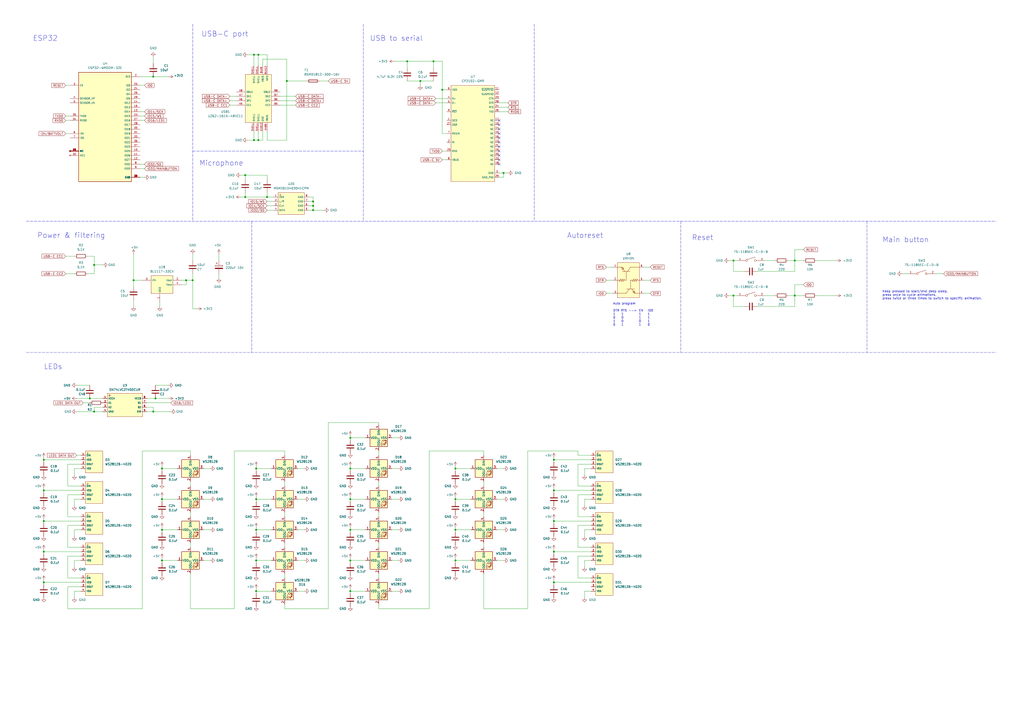
<source format=kicad_sch>
(kicad_sch (version 20211123) (generator eeschema)
  (paper "A2")
  (junction (at 292.1 100.33))
  (junction (at 203.2 342.9))
  (junction (at 93.98 289.56))
  (junction (at 264.16 325.12))
  (junction (at 321.31 320.04))
  (junction (at 25.4 320.04))
  (junction (at 148.59 289.56))
  (junction (at 93.98 271.78))
  (junction (at 54.61 238.76))
  (junction (at 54.61 153.67))
  (junction (at 142.24 101.6))
  (junction (at 203.2 307.34))
  (junction (at 148.59 307.34))
  (junction (at 264.16 271.78))
  (junction (at 321.31 266.7))
  (junction (at 148.59 271.78))
  (junction (at 321.31 284.48))
  (junction (at 181.61 119.38))
  (junction (at 149.86 31.75))
  (junction (at 321.31 302.26))
  (junction (at 149.86 81.28))
  (junction (at 203.2 289.56))
  (junction (at 88.9 238.76))
  (junction (at 166.37 46.99))
  (junction (at 147.32 31.75))
  (junction (at 181.61 121.92))
  (junction (at 90.17 231.14))
  (junction (at 25.4 284.48))
  (junction (at 236.22 35.56))
  (junction (at 77.47 162.56))
  (junction (at 203.2 325.12))
  (junction (at 251.46 35.56))
  (junction (at 52.07 231.14))
  (junction (at 148.59 325.12))
  (junction (at 243.84 46.99))
  (junction (at 181.61 116.84))
  (junction (at 154.94 114.3))
  (junction (at 461.01 171.45))
  (junction (at 264.16 289.56))
  (junction (at 425.45 171.45))
  (junction (at 25.4 337.82))
  (junction (at 142.24 114.3))
  (junction (at 461.01 151.13))
  (junction (at 425.45 151.13))
  (junction (at 256.54 52.07))
  (junction (at 203.2 271.78))
  (junction (at 111.76 162.56))
  (junction (at 264.16 307.34))
  (junction (at 107.95 162.56))
  (junction (at 25.4 266.7))
  (junction (at 93.98 307.34))
  (junction (at 147.32 81.28))
  (junction (at 203.2 254))
  (junction (at 148.59 342.9))
  (junction (at 321.31 337.82))
  (junction (at 25.4 302.26))
  (junction (at 93.98 325.12))
  (junction (at 88.9 44.45))
  (no_connect (at 289.56 82.55))
  (no_connect (at 289.56 95.25))
  (no_connect (at 289.56 90.17))
  (no_connect (at 289.56 80.01))
  (no_connect (at 289.56 85.09))
  (no_connect (at 289.56 69.85))
  (no_connect (at 289.56 77.47))
  (no_connect (at 289.56 87.63))
  (no_connect (at 289.56 92.71))
  (no_connect (at 289.56 74.93))
  (no_connect (at 289.56 72.39))
  (wire (pts (xy 289.56 59.69) (xy 294.64 59.69)))
  (wire (pts (xy 152.4 34.29) (xy 166.37 34.29)))
  (wire (pts (xy 25.4 337.82) (xy 25.4 339.09)))
  (wire (pts (xy 321.31 302.26) (xy 321.31 303.53)))
  (wire (pts (xy 321.31 266.7) (xy 321.31 267.97)))
  (wire (pts (xy 280.67 261.62) (xy 248.92 261.62)))
  (wire (pts (xy 203.2 289.56) (xy 212.09 289.56)))
  (wire (pts (xy 111.76 162.56) (xy 111.76 179.07)))
  (wire (pts (xy 118.11 325.12) (xy 121.92 325.12)))
  (wire (pts (xy 185.42 46.99) (xy 190.5 46.99)))
  (wire (pts (xy 177.8 46.99) (xy 166.37 46.99)))
  (wire (pts (xy 44.45 264.16) (xy 46.99 264.16)))
  (wire (pts (xy 203.2 288.29) (xy 203.2 289.56)))
  (wire (pts (xy 172.72 325.12) (xy 176.53 325.12)))
  (wire (pts (xy 335.28 281.94) (xy 342.9 281.94)))
  (wire (pts (xy 339.09 325.12) (xy 339.09 328.93)))
  (wire (pts (xy 107.95 165.1) (xy 107.95 162.56)))
  (wire (pts (xy 142.24 114.3) (xy 154.94 114.3)))
  (wire (pts (xy 227.33 325.12) (xy 231.14 325.12)))
  (wire (pts (xy 236.22 46.99) (xy 243.84 46.99)))
  (wire (pts (xy 321.31 300.99) (xy 321.31 302.26)))
  (wire (pts (xy 110.49 297.18) (xy 110.49 299.72)))
  (wire (pts (xy 264.16 271.78) (xy 264.16 273.05)))
  (wire (pts (xy 288.29 289.56) (xy 292.1 289.56)))
  (wire (pts (xy 90.17 231.14) (xy 97.79 231.14)))
  (wire (pts (xy 46.99 325.12) (xy 43.18 325.12)))
  (wire (pts (xy 264.16 288.29) (xy 264.16 289.56)))
  (wire (pts (xy 142.24 104.14) (xy 142.24 101.6)))
  (wire (pts (xy 142.24 111.76) (xy 142.24 114.3)))
  (wire (pts (xy 219.71 246.38) (xy 219.71 245.11)))
  (wire (pts (xy 351.79 170.18) (xy 355.6 170.18)))
  (wire (pts (xy 306.07 353.06) (xy 280.67 353.06)))
  (wire (pts (xy 335.28 335.28) (xy 342.9 335.28)))
  (wire (pts (xy 38.1 69.85) (xy 40.64 69.85)))
  (wire (pts (xy 219.71 332.74) (xy 219.71 335.28)))
  (wire (pts (xy 118.11 289.56) (xy 121.92 289.56)))
  (wire (pts (xy 162.56 58.42) (xy 171.45 58.42)))
  (wire (pts (xy 149.86 76.2) (xy 149.86 81.28)))
  (wire (pts (xy 44.45 231.14) (xy 52.07 231.14)))
  (wire (pts (xy 39.37 353.06) (xy 82.55 353.06)))
  (wire (pts (xy 148.59 325.12) (xy 148.59 326.39)))
  (wire (pts (xy 52.07 223.52) (xy 44.45 223.52)))
  (wire (pts (xy 59.69 236.22) (xy 54.61 236.22)))
  (wire (pts (xy 39.37 340.36) (xy 39.37 353.06)))
  (wire (pts (xy 105.41 165.1) (xy 107.95 165.1)))
  (wire (pts (xy 39.37 287.02) (xy 39.37 299.72)))
  (wire (pts (xy 264.16 307.34) (xy 264.16 308.61)))
  (polyline (pts (xy 210.82 13.97) (xy 210.82 128.27)))
  (wire (pts (xy 81.28 44.45) (xy 88.9 44.45)))
  (wire (pts (xy 203.2 270.51) (xy 203.2 271.78)))
  (wire (pts (xy 148.59 307.34) (xy 148.59 308.61)))
  (wire (pts (xy 259.08 77.47) (xy 256.54 77.47)))
  (wire (pts (xy 39.37 322.58) (xy 39.37 335.28)))
  (wire (pts (xy 25.4 266.7) (xy 46.99 266.7)))
  (wire (pts (xy 288.29 271.78) (xy 292.1 271.78)))
  (wire (pts (xy 142.24 101.6) (xy 139.7 101.6)))
  (wire (pts (xy 38.1 158.75) (xy 43.18 158.75)))
  (wire (pts (xy 289.56 62.23) (xy 294.64 62.23)))
  (wire (pts (xy 321.31 265.43) (xy 321.31 266.7)))
  (wire (pts (xy 154.94 104.14) (xy 154.94 101.6)))
  (wire (pts (xy 252.73 59.69) (xy 259.08 59.69)))
  (wire (pts (xy 227.33 289.56) (xy 231.14 289.56)))
  (wire (pts (xy 38.1 77.47) (xy 40.64 77.47)))
  (wire (pts (xy 85.09 231.14) (xy 90.17 231.14)))
  (wire (pts (xy 165.1 261.62) (xy 135.89 261.62)))
  (wire (pts (xy 203.2 325.12) (xy 212.09 325.12)))
  (wire (pts (xy 264.16 270.51) (xy 264.16 271.78)))
  (wire (pts (xy 166.37 34.29) (xy 166.37 46.99)))
  (wire (pts (xy 373.38 170.18) (xy 377.19 170.18)))
  (wire (pts (xy 88.9 44.45) (xy 97.79 44.45)))
  (wire (pts (xy 88.9 238.76) (xy 99.06 238.76)))
  (wire (pts (xy 93.98 325.12) (xy 93.98 326.39)))
  (wire (pts (xy 461.01 177.8) (xy 439.42 177.8)))
  (wire (pts (xy 425.45 157.48) (xy 425.45 151.13)))
  (wire (pts (xy 335.28 304.8) (xy 335.28 317.5)))
  (wire (pts (xy 54.61 148.59) (xy 54.61 153.67)))
  (polyline (pts (xy 111.76 13.97) (xy 111.76 128.27)))
  (wire (pts (xy 154.94 81.28) (xy 166.37 81.28)))
  (wire (pts (xy 46.99 322.58) (xy 39.37 322.58)))
  (wire (pts (xy 236.22 35.56) (xy 236.22 39.37)))
  (wire (pts (xy 135.89 261.62) (xy 135.89 353.06)))
  (wire (pts (xy 251.46 35.56) (xy 256.54 35.56)))
  (wire (pts (xy 118.11 271.78) (xy 121.92 271.78)))
  (wire (pts (xy 85.09 233.68) (xy 99.06 233.68)))
  (wire (pts (xy 256.54 77.47) (xy 256.54 52.07)))
  (wire (pts (xy 264.16 325.12) (xy 264.16 326.39)))
  (wire (pts (xy 148.59 323.85) (xy 148.59 325.12)))
  (wire (pts (xy 110.49 353.06) (xy 110.49 332.74)))
  (wire (pts (xy 149.86 31.75) (xy 154.94 31.75)))
  (wire (pts (xy 228.6 35.56) (xy 236.22 35.56)))
  (wire (pts (xy 280.67 297.18) (xy 280.67 299.72)))
  (wire (pts (xy 46.99 287.02) (xy 39.37 287.02)))
  (wire (pts (xy 457.2 171.45) (xy 461.01 171.45)))
  (wire (pts (xy 82.55 261.62) (xy 110.49 261.62)))
  (wire (pts (xy 179.07 119.38) (xy 181.61 119.38)))
  (wire (pts (xy 172.72 307.34) (xy 176.53 307.34)))
  (wire (pts (xy 39.37 281.94) (xy 46.99 281.94)))
  (wire (pts (xy 252.73 57.15) (xy 259.08 57.15)))
  (wire (pts (xy 203.2 307.34) (xy 212.09 307.34)))
  (wire (pts (xy 54.61 153.67) (xy 54.61 158.75)))
  (wire (pts (xy 219.71 245.11) (xy 190.5 245.11)))
  (wire (pts (xy 105.41 162.56) (xy 107.95 162.56)))
  (wire (pts (xy 292.1 100.33) (xy 294.64 100.33)))
  (wire (pts (xy 289.56 64.77) (xy 294.64 64.77)))
  (wire (pts (xy 43.18 325.12) (xy 43.18 328.93)))
  (wire (pts (xy 154.94 114.3) (xy 158.75 114.3)))
  (wire (pts (xy 289.56 100.33) (xy 292.1 100.33)))
  (wire (pts (xy 77.47 162.56) (xy 82.55 162.56)))
  (wire (pts (xy 219.71 261.62) (xy 219.71 264.16)))
  (wire (pts (xy 85.09 238.76) (xy 88.9 238.76)))
  (wire (pts (xy 25.4 336.55) (xy 25.4 337.82)))
  (wire (pts (xy 342.9 269.24) (xy 335.28 269.24)))
  (wire (pts (xy 219.71 279.4) (xy 219.71 281.94)))
  (wire (pts (xy 172.72 342.9) (xy 176.53 342.9)))
  (wire (pts (xy 93.98 271.78) (xy 102.87 271.78)))
  (wire (pts (xy 25.4 318.77) (xy 25.4 320.04)))
  (wire (pts (xy 219.71 353.06) (xy 219.71 350.52)))
  (wire (pts (xy 165.1 350.52) (xy 165.1 353.06)))
  (wire (pts (xy 82.55 353.06) (xy 82.55 261.62)))
  (wire (pts (xy 335.28 287.02) (xy 335.28 299.72)))
  (wire (pts (xy 44.45 238.76) (xy 54.61 238.76)))
  (wire (pts (xy 190.5 353.06) (xy 165.1 353.06)))
  (wire (pts (xy 90.17 223.52) (xy 97.79 223.52)))
  (wire (pts (xy 154.94 31.75) (xy 154.94 38.1)))
  (wire (pts (xy 110.49 261.62) (xy 110.49 264.16)))
  (wire (pts (xy 111.76 179.07) (xy 114.3 179.07)))
  (wire (pts (xy 148.59 271.78) (xy 148.59 273.05)))
  (wire (pts (xy 46.99 340.36) (xy 39.37 340.36)))
  (wire (pts (xy 339.09 289.56) (xy 339.09 293.37)))
  (wire (pts (xy 25.4 302.26) (xy 46.99 302.26)))
  (polyline (pts (xy 15.24 128.27) (xy 577.85 128.27)))
  (wire (pts (xy 88.9 236.22) (xy 88.9 238.76)))
  (wire (pts (xy 449.58 151.13) (xy 443.23 151.13)))
  (wire (pts (xy 50.8 158.75) (xy 54.61 158.75)))
  (wire (pts (xy 93.98 271.78) (xy 93.98 273.05)))
  (wire (pts (xy 351.79 162.56) (xy 355.6 162.56)))
  (wire (pts (xy 181.61 114.3) (xy 181.61 116.84)))
  (wire (pts (xy 165.1 314.96) (xy 165.1 317.5)))
  (wire (pts (xy 321.31 266.7) (xy 342.9 266.7)))
  (polyline (pts (xy 146.05 128.27) (xy 146.05 204.47)))
  (wire (pts (xy 50.8 148.59) (xy 54.61 148.59)))
  (wire (pts (xy 39.37 299.72) (xy 46.99 299.72)))
  (wire (pts (xy 25.4 266.7) (xy 25.4 267.97)))
  (wire (pts (xy 339.09 307.34) (xy 339.09 311.15)))
  (wire (pts (xy 48.26 233.68) (xy 52.07 233.68)))
  (wire (pts (xy 243.84 46.99) (xy 251.46 46.99)))
  (wire (pts (xy 203.2 271.78) (xy 212.09 271.78)))
  (wire (pts (xy 25.4 284.48) (xy 46.99 284.48)))
  (wire (pts (xy 162.56 60.96) (xy 171.45 60.96)))
  (wire (pts (xy 118.11 307.34) (xy 121.92 307.34)))
  (wire (pts (xy 335.28 317.5) (xy 342.9 317.5)))
  (wire (pts (xy 339.09 271.78) (xy 339.09 275.59)))
  (wire (pts (xy 461.01 165.1) (xy 466.09 165.1)))
  (wire (pts (xy 165.1 264.16) (xy 165.1 261.62)))
  (wire (pts (xy 335.28 269.24) (xy 335.28 281.94)))
  (polyline (pts (xy 309.88 13.97) (xy 309.88 128.27)))
  (wire (pts (xy 227.33 271.78) (xy 231.14 271.78)))
  (wire (pts (xy 147.32 76.2) (xy 147.32 81.28)))
  (wire (pts (xy 148.59 270.51) (xy 148.59 271.78)))
  (wire (pts (xy 342.9 307.34) (xy 339.09 307.34)))
  (wire (pts (xy 342.9 271.78) (xy 339.09 271.78)))
  (wire (pts (xy 154.94 116.84) (xy 158.75 116.84)))
  (wire (pts (xy 248.92 261.62) (xy 248.92 353.06)))
  (wire (pts (xy 203.2 254) (xy 203.2 255.27)))
  (wire (pts (xy 165.1 297.18) (xy 165.1 299.72)))
  (wire (pts (xy 93.98 289.56) (xy 102.87 289.56)))
  (polyline (pts (xy 394.97 128.27) (xy 394.97 204.47)))
  (wire (pts (xy 149.86 38.1) (xy 149.86 31.75)))
  (wire (pts (xy 148.59 342.9) (xy 157.48 342.9)))
  (wire (pts (xy 203.2 323.85) (xy 203.2 325.12)))
  (wire (pts (xy 422.91 171.45) (xy 425.45 171.45)))
  (wire (pts (xy 148.59 289.56) (xy 157.48 289.56)))
  (wire (pts (xy 148.59 342.9) (xy 148.59 344.17)))
  (wire (pts (xy 251.46 35.56) (xy 251.46 39.37)))
  (wire (pts (xy 236.22 35.56) (xy 251.46 35.56)))
  (wire (pts (xy 133.35 58.42) (xy 137.16 58.42)))
  (wire (pts (xy 280.67 279.4) (xy 280.67 281.94)))
  (wire (pts (xy 93.98 288.29) (xy 93.98 289.56)))
  (wire (pts (xy 342.9 289.56) (xy 339.09 289.56)))
  (wire (pts (xy 256.54 87.63) (xy 259.08 87.63)))
  (wire (pts (xy 335.28 264.16) (xy 335.28 261.62)))
  (wire (pts (xy 248.92 353.06) (xy 219.71 353.06)))
  (wire (pts (xy 148.59 325.12) (xy 157.48 325.12)))
  (wire (pts (xy 280.67 353.06) (xy 280.67 332.74)))
  (wire (pts (xy 203.2 289.56) (xy 203.2 290.83)))
  (wire (pts (xy 342.9 325.12) (xy 339.09 325.12)))
  (wire (pts (xy 25.4 320.04) (xy 46.99 320.04)))
  (wire (pts (xy 179.07 114.3) (xy 181.61 114.3)))
  (wire (pts (xy 83.82 67.31) (xy 81.28 67.31)))
  (wire (pts (xy 190.5 245.11) (xy 190.5 353.06)))
  (wire (pts (xy 264.16 323.85) (xy 264.16 325.12)))
  (wire (pts (xy 25.4 265.43) (xy 25.4 266.7)))
  (wire (pts (xy 46.99 289.56) (xy 43.18 289.56)))
  (wire (pts (xy 25.4 300.99) (xy 25.4 302.26)))
  (wire (pts (xy 264.16 289.56) (xy 264.16 290.83)))
  (wire (pts (xy 83.82 69.85) (xy 81.28 69.85)))
  (wire (pts (xy 39.37 317.5) (xy 46.99 317.5)))
  (wire (pts (xy 43.18 271.78) (xy 43.18 275.59)))
  (wire (pts (xy 203.2 306.07) (xy 203.2 307.34)))
  (wire (pts (xy 181.61 121.92) (xy 187.96 121.92)))
  (wire (pts (xy 181.61 116.84) (xy 181.61 119.38)))
  (wire (pts (xy 335.28 322.58) (xy 335.28 335.28)))
  (wire (pts (xy 92.71 175.26) (xy 92.71 177.8)))
  (wire (pts (xy 219.71 297.18) (xy 219.71 299.72)))
  (wire (pts (xy 288.29 307.34) (xy 292.1 307.34)))
  (wire (pts (xy 461.01 157.48) (xy 439.42 157.48)))
  (polyline (pts (xy 111.76 87.63) (xy 210.82 87.63)))
  (wire (pts (xy 93.98 306.07) (xy 93.98 307.34)))
  (wire (pts (xy 461.01 151.13) (xy 461.01 144.78)))
  (wire (pts (xy 280.67 314.96) (xy 280.67 317.5)))
  (wire (pts (xy 227.33 254) (xy 231.14 254)))
  (wire (pts (xy 148.59 307.34) (xy 157.48 307.34)))
  (wire (pts (xy 321.31 302.26) (xy 342.9 302.26)))
  (wire (pts (xy 473.71 151.13) (xy 485.14 151.13)))
  (wire (pts (xy 166.37 46.99) (xy 166.37 81.28)))
  (wire (pts (xy 422.91 151.13) (xy 425.45 151.13)))
  (wire (pts (xy 288.29 325.12) (xy 292.1 325.12)))
  (wire (pts (xy 289.56 102.87) (xy 292.1 102.87)))
  (wire (pts (xy 321.31 318.77) (xy 321.31 320.04)))
  (wire (pts (xy 52.07 231.14) (xy 59.69 231.14)))
  (wire (pts (xy 466.09 171.45) (xy 461.01 171.45)))
  (wire (pts (xy 342.9 322.58) (xy 335.28 322.58)))
  (wire (pts (xy 93.98 307.34) (xy 102.87 307.34)))
  (wire (pts (xy 256.54 92.71) (xy 259.08 92.71)))
  (wire (pts (xy 25.4 320.04) (xy 25.4 321.31)))
  (wire (pts (xy 449.58 171.45) (xy 443.23 171.45)))
  (polyline (pts (xy 502.92 128.27) (xy 502.92 204.47)))
  (wire (pts (xy 203.2 271.78) (xy 203.2 273.05)))
  (wire (pts (xy 179.07 116.84) (xy 181.61 116.84)))
  (wire (pts (xy 85.09 236.22) (xy 88.9 236.22)))
  (wire (pts (xy 321.31 283.21) (xy 321.31 284.48)))
  (wire (pts (xy 77.47 147.32) (xy 77.47 162.56)))
  (wire (pts (xy 203.2 254) (xy 212.09 254)))
  (wire (pts (xy 38.1 67.31) (xy 40.64 67.31)))
  (wire (pts (xy 523.24 158.75) (xy 527.05 158.75)))
  (wire (pts (xy 147.32 31.75) (xy 147.32 38.1)))
  (wire (pts (xy 227.33 342.9) (xy 231.14 342.9)))
  (wire (pts (xy 179.07 121.92) (xy 181.61 121.92)))
  (wire (pts (xy 342.9 287.02) (xy 335.28 287.02)))
  (wire (pts (xy 43.18 289.56) (xy 43.18 293.37)))
  (wire (pts (xy 154.94 121.92) (xy 158.75 121.92)))
  (wire (pts (xy 306.07 261.62) (xy 306.07 353.06)))
  (wire (pts (xy 46.99 271.78) (xy 43.18 271.78)))
  (wire (pts (xy 335.28 299.72) (xy 342.9 299.72)))
  (wire (pts (xy 461.01 151.13) (xy 461.01 157.48)))
  (wire (pts (xy 339.09 342.9) (xy 339.09 346.71)))
  (wire (pts (xy 264.16 271.78) (xy 273.05 271.78)))
  (wire (pts (xy 243.84 46.99) (xy 243.84 49.53)))
  (wire (pts (xy 154.94 111.76) (xy 154.94 114.3)))
  (wire (pts (xy 133.35 55.88) (xy 137.16 55.88)))
  (wire (pts (xy 256.54 35.56) (xy 256.54 52.07)))
  (wire (pts (xy 203.2 307.34) (xy 203.2 308.61)))
  (wire (pts (xy 148.59 341.63) (xy 148.59 342.9)))
  (wire (pts (xy 373.38 162.56) (xy 377.19 162.56)))
  (wire (pts (xy 38.1 49.53) (xy 40.64 49.53)))
  (wire (pts (xy 431.8 177.8) (xy 425.45 177.8)))
  (wire (pts (xy 93.98 325.12) (xy 102.87 325.12)))
  (wire (pts (xy 256.54 52.07) (xy 259.08 52.07)))
  (wire (pts (xy 77.47 162.56) (xy 77.47 166.37)))
  (wire (pts (xy 93.98 270.51) (xy 93.98 271.78)))
  (wire (pts (xy 147.32 81.28) (xy 143.51 81.28)))
  (wire (pts (xy 43.18 342.9) (xy 43.18 346.71)))
  (wire (pts (xy 219.71 314.96) (xy 219.71 317.5)))
  (wire (pts (xy 77.47 173.99) (xy 77.47 177.8)))
  (wire (pts (xy 46.99 307.34) (xy 43.18 307.34)))
  (wire (pts (xy 181.61 119.38) (xy 181.61 121.92)))
  (wire (pts (xy 227.33 307.34) (xy 231.14 307.34)))
  (wire (pts (xy 107.95 162.56) (xy 111.76 162.56)))
  (polyline (pts (xy 15.24 204.47) (xy 577.85 204.47)))
  (wire (pts (xy 83.82 64.77) (xy 81.28 64.77)))
  (wire (pts (xy 466.09 151.13) (xy 461.01 151.13)))
  (wire (pts (xy 342.9 342.9) (xy 339.09 342.9)))
  (wire (pts (xy 143.51 31.75) (xy 147.32 31.75)))
  (wire (pts (xy 461.01 171.45) (xy 461.01 177.8)))
  (wire (pts (xy 342.9 304.8) (xy 335.28 304.8)))
  (wire (pts (xy 431.8 157.48) (xy 425.45 157.48)))
  (wire (pts (xy 148.59 288.29) (xy 148.59 289.56)))
  (wire (pts (xy 154.94 119.38) (xy 158.75 119.38)))
  (wire (pts (xy 373.38 154.94) (xy 377.19 154.94)))
  (wire (pts (xy 83.82 97.79) (xy 81.28 97.79)))
  (wire (pts (xy 264.16 307.34) (xy 273.05 307.34)))
  (wire (pts (xy 83.82 102.87) (xy 81.28 102.87)))
  (wire (pts (xy 321.31 320.04) (xy 342.9 320.04)))
  (wire (pts (xy 264.16 306.07) (xy 264.16 307.34)))
  (wire (pts (xy 162.56 55.88) (xy 171.45 55.88)))
  (wire (pts (xy 39.37 304.8) (xy 39.37 317.5)))
  (wire (pts (xy 25.4 337.82) (xy 46.99 337.82)))
  (wire (pts (xy 110.49 279.4) (xy 110.49 281.94)))
  (wire (pts (xy 461.01 144.78) (xy 466.09 144.78)))
  (wire (pts (xy 54.61 236.22) (xy 54.61 238.76)))
  (wire (pts (xy 203.2 325.12) (xy 203.2 326.39)))
  (wire (pts (xy 321.31 284.48) (xy 321.31 285.75)))
  (wire (pts (xy 152.4 81.28) (xy 149.86 81.28)))
  (wire (pts (xy 342.9 264.16) (xy 335.28 264.16)))
  (wire (pts (xy 127 158.75) (xy 127 161.29)))
  (wire (pts (xy 321.31 320.04) (xy 321.31 321.31)))
  (wire (pts (xy 542.29 158.75) (xy 547.37 158.75)))
  (wire (pts (xy 425.45 171.45) (xy 427.99 171.45)))
  (wire (pts (xy 25.4 283.21) (xy 25.4 284.48)))
  (wire (pts (xy 154.94 76.2) (xy 154.94 81.28)))
  (wire (pts (xy 39.37 269.24) (xy 39.37 281.94)))
  (wire (pts (xy 93.98 289.56) (xy 93.98 290.83)))
  (wire (pts (xy 110.49 314.96) (xy 110.49 317.5)))
  (wire (pts (xy 148.59 306.07) (xy 148.59 307.34)))
  (wire (pts (xy 25.4 302.26) (xy 25.4 303.53)))
  (wire (pts (xy 148.59 271.78) (xy 157.48 271.78)))
  (wire (pts (xy 425.45 151.13) (xy 427.99 151.13)))
  (wire (pts (xy 203.2 252.73) (xy 203.2 254)))
  (wire (pts (xy 461.01 171.45) (xy 461.01 165.1)))
  (wire (pts (xy 93.98 323.85) (xy 93.98 325.12)))
  (wire (pts (xy 142.24 101.6) (xy 154.94 101.6)))
  (wire (pts (xy 149.86 81.28) (xy 147.32 81.28)))
  (wire (pts (xy 142.24 114.3) (xy 139.7 114.3)))
  (wire (pts (xy 111.76 151.13) (xy 111.76 147.32)))
  (wire (pts (xy 88.9 33.02) (xy 88.9 36.83)))
  (wire (pts (xy 83.82 95.25) (xy 81.28 95.25)))
  (wire (pts (xy 203.2 342.9) (xy 212.09 342.9)))
  (wire (pts (xy 46.99 304.8) (xy 39.37 304.8)))
  (wire (pts (xy 165.1 332.74) (xy 165.1 335.28)))
  (wire (pts (xy 321.31 337.82) (xy 342.9 337.82)))
  (wire (pts (xy 425.45 177.8) (xy 425.45 171.45)))
  (wire (pts (xy 83.82 49.53) (xy 81.28 49.53)))
  (wire (pts (xy 152.4 76.2) (xy 152.4 81.28)))
  (wire (pts (xy 54.61 153.67) (xy 59.69 153.67)))
  (wire (pts (xy 280.67 264.16) (xy 280.67 261.62)))
  (wire (pts (xy 46.99 269.24) (xy 39.37 269.24)))
  (wire (pts (xy 93.98 307.34) (xy 93.98 308.61)))
  (wire (pts (xy 46.99 342.9) (xy 43.18 342.9)))
  (wire (pts (xy 25.4 284.48) (xy 25.4 285.75)))
  (wire (pts (xy 203.2 341.63) (xy 203.2 342.9)))
  (wire (pts (xy 321.31 337.82) (xy 321.31 339.09)))
  (wire (pts (xy 203.2 342.9) (xy 203.2 344.17)))
  (wire (pts (xy 39.37 335.28) (xy 46.99 335.28)))
  (wire (pts (xy 147.32 31.75) (xy 149.86 31.75)))
  (wire (pts (xy 127 147.32) (xy 127 151.13)))
  (wire (pts (xy 321.31 284.48) (xy 342.9 284.48)))
  (wire (pts (xy 292.1 102.87) (xy 292.1 100.33)))
  (wire (pts (xy 351.79 154.94) (xy 355.6 154.94)))
  (wire (pts (xy 172.72 289.56) (xy 176.53 289.56)))
  (wire (pts (xy 148.59 289.56) (xy 148.59 290.83)))
  (wire (pts (xy 137.16 60.96) (xy 133.35 60.96)))
  (wire (pts (xy 335.28 261.62) (xy 306.07 261.62)))
  (wire (pts (xy 111.76 162.56) (xy 111.76 158.75)))
  (wire (pts (xy 43.18 307.34) (xy 43.18 311.15)))
  (wire (pts (xy 321.31 336.55) (xy 321.31 337.82)))
  (wire (pts (xy 172.72 271.78) (xy 176.53 271.78)))
  (wire (pts (xy 38.1 148.59) (xy 43.18 148.59)))
  (wire (pts (xy 264.16 325.12) (xy 273.05 325.12)))
  (wire (pts (xy 152.4 38.1) (xy 152.4 34.29)))
  (wire (pts (xy 54.61 238.76) (xy 59.69 238.76)))
  (wire (pts (xy 473.71 171.45) (xy 485.14 171.45)))
  (wire (pts (xy 165.1 279.4) (xy 165.1 281.94)))
  (wire (pts (xy 135.89 353.06) (xy 110.49 353.06)))
  (wire (pts (xy 457.2 151.13) (xy 461.01 151.13)))
  (wire (pts (xy 264.16 289.56) (xy 273.05 289.56)))
  (text "Auto program\n\nDTR RTS -->	EN 	IO0\n1	1		1	1\n0	0		1	1\n1	0		0	1\n0	1		1	0" (at 355.6 189.23 0) (effects (font (size 1.27 1.27)) (justify left bottom)))
  (text "Autoreset" (at 328.93 138.43 0) (effects (font (size 3 3)) (justify left bottom)))
  (text "USB to serial" (at 214.63 24.13 0) (effects (font (size 3 3)) (justify left bottom)))
  (text "Reset" (at 401.32 139.7 0) (effects (font (size 3 3)) (justify left bottom)))
  (text "USB-C port" (at 116.84 21.59 0) (effects (font (size 3 3)) (justify left bottom)))
  (text "Keep pressed to start/end deep sleep, \npress once to cycle animations, \npress twice or three times to switch to specific animation." (at 511.81 173.99 0) (effects (font (size 1.27 1.27)) (justify left bottom)))
  (text "Power & filtering" (at 21.59 138.43 0) (effects (font (size 3 3)) (justify left bottom)))
  (text "Main button" (at 511.81 140.97 0) (effects (font (size 3 3)) (justify left bottom)))
  (text "ESP32" (at 19.05 24.13 0) (effects (font (size 3 3)) (justify left bottom)))
  (text "LEDs" (at 25.4 214.6299 0) (effects (font (size 3 3)) (justify left bottom)))
  (text "Microphone" (at 115.57 96.52 0) (effects (font (size 3 3)) (justify left bottom)))
  (global_label "TXD0" (shape input) (at 256.54 87.63 180) (property "Intersheet References" "${INTERSHEET_REFS}" (effects hide)))
  (global_label "RXD0" (shape input) (at 294.64 64.77 0) (property "Intersheet References" "${INTERSHEET_REFS}" (effects hide)))
  (global_label "RTS" (shape input) (at 377.19 162.56 0) (property "Intersheet References" "${INTERSHEET_REFS}" (effects hide)))
  (global_label "USB-C CC2" (shape input) (at 171.45 60.96 0) (property "Intersheet References" "${INTERSHEET_REFS}" (effects hide)))
  (global_label "RTS" (shape input) (at 294.64 62.23 0) (property "Intersheet References" "${INTERSHEET_REFS}" (effects hide)))
  (global_label "IO14{slash}SCK" (shape input) (at 83.82 64.77 0) (property "Intersheet References" "${INTERSHEET_REFS}" (effects hide)))
  (global_label "USB-C CC1" (shape input) (at 38.1 148.59 180) (property "Intersheet References" "${INTERSHEET_REFS}" (effects hide)))
  (global_label "RESET" (shape input) (at 38.1 49.53 180) (property "Intersheet References" "${INTERSHEET_REFS}" (effects hide)))
  (global_label "IO33{slash}MAINBUTTON" (shape input) (at 83.82 97.79 0) (property "Intersheet References" "${INTERSHEET_REFS}" (effects hide)))
  (global_label "RXD0" (shape input) (at 38.1 69.85 180) (property "Intersheet References" "${INTERSHEET_REFS}" (effects hide)))
  (global_label "LED1 DATA OUT" (shape input) (at 48.26 233.68 180) (property "Intersheet References" "${INTERSHEET_REFS}" (effects hide)))
  (global_label "RESET" (shape input) (at 466.09 144.78 0) (property "Intersheet References" "${INTERSHEET_REFS}" (effects hide)))
  (global_label "IO16{slash}LED1" (shape input) (at 83.82 69.85 0) (property "Intersheet References" "${INTERSHEET_REFS}" (effects hide)))
  (global_label "IO32{slash}SD" (shape input) (at 154.94 121.92 180) (property "Intersheet References" "${INTERSHEET_REFS}" (effects hide)))
  (global_label "USB-C 5V" (shape input) (at 256.54 92.71 180) (property "Intersheet References" "${INTERSHEET_REFS}" (effects hide)))
  (global_label "USB-C CC2" (shape input) (at 38.1 158.75 180) (property "Intersheet References" "${INTERSHEET_REFS}" (effects hide)))
  (global_label "IO32{slash}SD" (shape input) (at 83.82 95.25 0) (property "Intersheet References" "${INTERSHEET_REFS}" (effects hide)))
  (global_label "IO0" (shape input) (at 466.09 165.1 0) (property "Intersheet References" "${INTERSHEET_REFS}" (effects hide)))
  (global_label "IO0" (shape input) (at 351.79 170.18 180) (property "Intersheet References" "${INTERSHEET_REFS}" (effects hide)))
  (global_label "IO33{slash}MAINBUTTON" (shape input) (at 547.37 158.75 0) (property "Intersheet References" "${INTERSHEET_REFS}" (effects hide)))
  (global_label "DTR" (shape input) (at 351.79 162.56 180) (property "Intersheet References" "${INTERSHEET_REFS}" (effects hide)))
  (global_label "RESET" (shape input) (at 377.19 154.94 0) (property "Intersheet References" "${INTERSHEET_REFS}" (effects hide)))
  (global_label "RTS" (shape input) (at 351.79 154.94 180) (property "Intersheet References" "${INTERSHEET_REFS}" (effects hide)))
  (global_label "USB-C DATA+" (shape input) (at 133.35 58.42 180) (property "Intersheet References" "${INTERSHEET_REFS}" (effects hide)))
  (global_label "USB-C DATA-" (shape input) (at 252.73 59.69 180) (property "Intersheet References" "${INTERSHEET_REFS}" (effects hide)))
  (global_label "DTR" (shape input) (at 377.19 170.18 0) (property "Intersheet References" "${INTERSHEET_REFS}" (effects hide)))
  (global_label "IO15{slash}WS" (shape input) (at 154.94 116.84 180) (property "Intersheet References" "${INTERSHEET_REFS}" (effects hide)))
  (global_label "IO0" (shape input) (at 83.82 49.53 0) (property "Intersheet References" "${INTERSHEET_REFS}" (effects hide)))
  (global_label "USB-C CC1" (shape input) (at 133.35 60.96 180) (property "Intersheet References" "${INTERSHEET_REFS}" (effects hide)))
  (global_label "USB-C DATA-" (shape input) (at 133.35 55.88 180) (property "Intersheet References" "${INTERSHEET_REFS}" (effects hide)))
  (global_label "DTR" (shape input) (at 294.64 59.69 0) (property "Intersheet References" "${INTERSHEET_REFS}" (effects hide)))
  (global_label "USB-C DATA-" (shape input) (at 171.45 55.88 0) (property "Intersheet References" "${INTERSHEET_REFS}" (effects hide)))
  (global_label "USB-C 5V" (shape input) (at 190.5 46.99 0) (property "Intersheet References" "${INTERSHEET_REFS}" (effects hide)))
  (global_label "I34{slash}BATTVOLT" (shape input) (at 38.1 77.47 180) (property "Intersheet References" "${INTERSHEET_REFS}" (effects hide)))
  (global_label "IO14{slash}SCK" (shape input) (at 154.94 119.38 180) (property "Intersheet References" "${INTERSHEET_REFS}" (effects hide)))
  (global_label "TXD0" (shape input) (at 38.1 67.31 180) (property "Intersheet References" "${INTERSHEET_REFS}" (effects hide)))
  (global_label "IO16{slash}LED1" (shape input) (at 99.06 233.68 0) (property "Intersheet References" "${INTERSHEET_REFS}" (effects hide)))
  (global_label "USB-C DATA+" (shape input) (at 252.73 57.15 180) (property "Intersheet References" "${INTERSHEET_REFS}" (effects hide)))
  (global_label "LED1 DATA OUT" (shape input) (at 44.45 264.16 180) (property "Intersheet References" "${INTERSHEET_REFS}" (effects hide)))
  (global_label "IO15{slash}WS" (shape input) (at 83.82 67.31 0) (property "Intersheet References" "${INTERSHEET_REFS}" (effects hide)))
  (global_label "USB-C DATA+" (shape input) (at 171.45 58.42 0) (property "Intersheet References" "${INTERSHEET_REFS}" (effects hide)))
  (symbol (lib_id "power:GND") (at 148.59 316.23 0) (unit 1)
    (property "Reference" "#PWR0180" (effects hide))
    (property "Value" "GND" (at 142.24 317.5 0) (effects (justify left)))
  )
  (symbol (lib_id "Device:5.1K 1% 0603") (at 46.99 148.59 270) (unit 1)
    (property "Reference" "R2" (at 46.99 142.24 90))
    (property "Value" "5.1K" (at 46.99 144.78 90))
    (property "Footprint" "Resistor_SMD:R_0603_1608Metric_Pad0.98x0.95mm_HandSolder" (effects hide))
    (property "LCSC #" "C23186" (effects hide))
  )
  (symbol (lib_id "Device:C") (at 321.31 289.56 0) (unit 1)
    (property "Reference" "C43" (at 325.12 288.2899 0) (effects (justify left)))
    (property "Value" "0.1uf" (at 325.12 290.8299 0) (effects (justify left)))
    (property "Footprint" "Capacitor_SMD:C_0603_1608Metric_Pad1.08x0.95mm_HandSolder" (effects hide))
    (property "LCSC #" "C14663" (effects hide))
  )
  (symbol (lib_id "Device:0.1uF_0603") (at 251.46 43.18 0) (unit 1)
    (property "Reference" "C6" (at 242.57 41.91 0) (effects (justify left)))
    (property "Value" "0.1uF" (at 242.57 44.45 0) (effects (justify left)))
    (property "Footprint" "Capacitor_SMD:C_0603_1608Metric_Pad1.08x0.95mm_HandSolder" (effects hide))
    (property "LCSC #" "C14663" (effects hide))
  )
  (symbol (lib_id "Device:C") (at 203.2 330.2 0) (unit 1)
    (property "Reference" "C36" (at 207.01 328.9299 0) (effects (justify left)))
    (property "Value" "0.1uf" (at 207.01 331.4699 0) (effects (justify left)))
    (property "Footprint" "Capacitor_SMD:C_0603_1608Metric_Pad1.08x0.95mm_HandSolder" (effects hide))
    (property "LCSC #" "C14663" (effects hide))
  )
  (symbol (lib_id "power:GND") (at 121.92 307.34 90) (unit 1)
    (property "Reference" "#PWR0191" (effects hide))
    (property "Value" "GND" (at 129.54 307.34 90) (effects (justify left)))
  )
  (symbol (lib_id "Device:10K 0603") (at 453.39 171.45 90) (unit 1)
    (property "Reference" "R5" (at 453.39 173.99 90))
    (property "Value" "220" (at 453.39 176.53 90))
    (property "Footprint" "Resistor_SMD:R_0603_1608Metric_Pad0.98x0.95mm_HandSolder" (effects hide))
    (property "LCSC #" "C22962" (effects hide))
  )
  (symbol (lib_id "Device:C") (at 25.4 342.9 0) (unit 1)
    (property "Reference" "C22" (at 29.21 341.6299 0) (effects (justify left)))
    (property "Value" "0.1uf" (at 29.21 344.1699 0) (effects (justify left)))
    (property "Footprint" "Capacitor_SMD:C_0603_1608Metric_Pad1.08x0.95mm_HandSolder" (effects hide))
    (property "LCSC #" "C14663" (effects hide))
  )
  (symbol (lib_id "Device:C") (at 93.98 330.2 0) (unit 1)
    (property "Reference" "C26" (at 97.79 328.9299 0) (effects (justify left)))
    (property "Value" "0.1uf" (at 97.79 331.4699 0) (effects (justify left)))
    (property "Footprint" "Capacitor_SMD:C_0603_1608Metric_Pad1.08x0.95mm_HandSolder" (effects hide))
    (property "LCSC #" "C14663" (effects hide))
  )
  (symbol (lib_id "Device:C") (at 236.22 43.18 180) (unit 1)
    (property "Reference" "C4" (at 231.14 41.91 0) (effects (justify right)))
    (property "Value" "4.7uF 6.3V 10%" (at 218.44 44.45 0) (effects (justify right)))
    (property "Footprint" "Capacitor_SMD:C_0603_1608Metric_Pad1.08x0.95mm_HandSolder" (effects hide))
    (property "LCSC #" "C19666" (effects hide))
  )
  (symbol (lib_id "power:GND") (at 176.53 271.78 90) (unit 1)
    (property "Reference" "#PWR0220" (effects hide))
    (property "Value" "GND" (at 184.15 271.78 90) (effects (justify left)))
  )
  (symbol (lib_id "MyParts:TS-1185EC-C-D-B") (at 435.61 171.45 0) (unit 1)
    (property "Reference" "SW2" (at 435.61 163.83 0))
    (property "Value" "TS-1185EC-C-D-B" (at 435.61 166.37 0))
    (property "Footprint" "footprint:SW-SMD_4P-L3.7-W3.0-P1.50-LS4.7" (effects hide))
    (property "LCSC #" "C318893" (effects hide))
  )
  (symbol (lib_id "power:+5V") (at 25.4 318.77 0) (unit 1)
    (property "Reference" "#PWR0177" (effects hide))
    (property "Value" "+5V" (at 24.13 317.5 0) (effects (justify right)))
  )
  (symbol (lib_id "power:+5V") (at 25.4 336.55 0) (unit 1)
    (property "Reference" "#PWR0174" (effects hide))
    (property "Value" "+5V" (at 24.13 335.28 0) (effects (justify right)))
  )
  (symbol (lib_id "power:GND") (at 25.4 346.71 0) (unit 1)
    (property "Reference" "#PWR0175" (effects hide))
    (property "Value" "GND" (at 19.05 347.98 0) (effects (justify left)))
  )
  (symbol (lib_id "power:GND") (at 231.14 289.56 90) (unit 1)
    (property "Reference" "#PWR0196" (effects hide))
    (property "Value" "GND" (at 238.76 289.56 90) (effects (justify left)))
  )
  (symbol (lib_id "power:+5V") (at 44.45 231.14 90) (mirror x) (unit 1)
    (property "Reference" "#PWR0126" (effects hide))
    (property "Value" "+5V" (at 36.83 231.14 90) (effects (justify right)))
  )
  (symbol (lib_id "MyParts:WS2812B") (at 165.1 342.9 90) (mirror x) (unit 1)
    (property "Reference" "D16" (at 175.26 339.09 90))
    (property "Value" "WS2812B" (at 175.26 336.55 90))
    (property "Footprint" "LED_SMD:LED_WS2812B_PLCC4_5.0x5.0mm_P3.2mm" (effects hide))
    (property "LCSC #" "C2843785" (effects hide))
  )
  (symbol (lib_id "power:GND") (at 43.18 346.71 0) (unit 1)
    (property "Reference" "#PWR0171" (effects hide))
    (property "Value" "GND" (at 45.72 347.98 0) (effects (justify left)))
  )
  (symbol (lib_id "Device:C") (at 148.59 347.98 0) (unit 1)
    (property "Reference" "C31" (at 152.4 346.7099 0) (effects (justify left)))
    (property "Value" "0.1uf" (at 152.4 349.2499 0) (effects (justify left)))
    (property "Footprint" "Capacitor_SMD:C_0603_1608Metric_Pad1.08x0.95mm_HandSolder" (effects hide))
    (property "LCSC #" "C14663" (effects hide))
  )
  (symbol (lib_id "MyParts:BL1117-33CX") (at 93.98 153.67 0) (unit 1)
    (property "Reference" "U18" (at 93.98 154.94 0))
    (property "Value" "BL1117-33CX" (at 93.98 157.48 0))
    (property "Footprint" "footprint:SOT-223-4_L6.5-W3.5-P2.30-LS7.0-BR" (effects hide))
    (property "LCSC #" "C5400" (effects hide))
  )
  (symbol (lib_id "MyParts:WS2812B-4020") (at 350.52 326.39 0) (unit 1)
    (property "Reference" "D31" (at 356.87 337.8199 0) (effects (justify left)))
    (property "Value" "WS2812B-4020" (at 356.87 340.3599 0) (effects (justify left)))
    (property "Footprint" "footprint:LED-SMD_WS2812B-4020" (effects hide))
    (property "LCSC #" "C965557" (effects hide))
  )
  (symbol (lib_id "power:GND") (at 339.09 346.71 0) (unit 1)
    (property "Reference" "#PWR0227" (effects hide))
    (property "Value" "GND" (at 341.63 347.98 0) (effects (justify left)))
  )
  (symbol (lib_id "Device:10K 0603") (at 469.9 171.45 90) (unit 1)
    (property "Reference" "R7" (at 469.9 173.99 90))
    (property "Value" "10K" (at 469.9 176.53 90))
    (property "Footprint" "Resistor_SMD:R_0603_1608Metric_Pad0.98x0.95mm_HandSolder" (effects hide))
    (property "LCSC #" "C25804" (effects hide))
  )
  (symbol (lib_id "power:+5V") (at 321.31 283.21 0) (unit 1)
    (property "Reference" "#PWR0226" (effects hide))
    (property "Value" "+5V" (at 320.04 281.94 0) (effects (justify right)))
  )
  (symbol (lib_id "power:+5V") (at 321.31 265.43 0) (unit 1)
    (property "Reference" "#PWR0224" (effects hide))
    (property "Value" "+5V" (at 320.04 264.16 0) (effects (justify right)))
  )
  (symbol (lib_id "power:+3.3V") (at 485.14 171.45 270) (unit 1)
    (property "Reference" "#PWR0119" (effects hide))
    (property "Value" "+3.3V" (at 488.95 171.4499 90) (effects (justify left)))
  )
  (symbol (lib_id "power:GND") (at 176.53 325.12 90) (unit 1)
    (property "Reference" "#PWR0164" (effects hide))
    (property "Value" "GND" (at 184.15 325.12 90) (effects (justify left)))
  )
  (symbol (lib_id "power:+5V") (at 93.98 323.85 0) (unit 1)
    (property "Reference" "#PWR0184" (effects hide))
    (property "Value" "+5V" (at 92.71 322.58 0) (effects (justify right)))
  )
  (symbol (lib_id "power:+3.3V") (at 485.14 151.13 270) (unit 1)
    (property "Reference" "#PWR0120" (effects hide))
    (property "Value" "+3.3V" (at 488.95 151.1299 90) (effects (justify left)))
  )
  (symbol (lib_id "power:GND") (at 292.1 307.34 90) (unit 1)
    (property "Reference" "#PWR0205" (effects hide))
    (property "Value" "GND" (at 299.72 307.34 90) (effects (justify left)))
  )
  (symbol (lib_id "power:GND") (at 264.16 334.01 0) (unit 1)
    (property "Reference" "#PWR0207" (effects hide))
    (property "Value" "GND" (at 257.81 335.28 0) (effects (justify left)))
  )
  (symbol (lib_id "power:+3.3V") (at 114.3 179.07 270) (unit 1)
    (property "Reference" "#PWR0108" (effects hide))
    (property "Value" "+3.3V" (at 123.19 179.07 90) (effects (justify right)))
  )
  (symbol (lib_id "Device:C") (at 52.07 227.33 180) (unit 1)
    (property "Reference" "C48" (at 49.53 228.6 0) (effects (justify left)))
    (property "Value" "0.1uF" (at 49.53 226.06 0) (effects (justify left)))
    (property "Footprint" "Capacitor_SMD:C_0603_1608Metric_Pad1.08x0.95mm_HandSolder" (effects hide))
    (property "LCSC #" "C14663" (effects hide))
  )
  (symbol (lib_id "power:GND") (at 292.1 289.56 90) (unit 1)
    (property "Reference" "#PWR0222" (effects hide))
    (property "Value" "GND" (at 299.72 289.56 90) (effects (justify left)))
  )
  (symbol (lib_id "power:+5V") (at 93.98 306.07 0) (unit 1)
    (property "Reference" "#PWR0188" (effects hide))
    (property "Value" "+5V" (at 92.71 304.8 0) (effects (justify right)))
  )
  (symbol (lib_id "Device:C") (at 25.4 325.12 0) (unit 1)
    (property "Reference" "C21" (at 29.21 323.8499 0) (effects (justify left)))
    (property "Value" "0.1uf" (at 29.21 326.3899 0) (effects (justify left)))
    (property "Footprint" "Capacitor_SMD:C_0603_1608Metric_Pad1.08x0.95mm_HandSolder" (effects hide))
    (property "LCSC #" "C14663" (effects hide))
  )
  (symbol (lib_id "Device:R") (at 55.88 233.68 270) (unit 1)
    (property "Reference" "R1" (at 52.07 234.95 90))
    (property "Value" "62" (at 52.07 237.49 90))
    (property "Footprint" "Resistor_SMD:R_0603_1608Metric_Pad0.98x0.95mm_HandSolder" (effects hide))
    (property "LCSC #" "C177352" (effects hide))
  )
  (symbol (lib_id "MyParts:WS2812B-4020") (at 350.52 273.05 0) (unit 1)
    (property "Reference" "D28" (at 356.87 284.4799 0) (effects (justify left)))
    (property "Value" "WS2812B-4020" (at 356.87 287.0199 0) (effects (justify left)))
    (property "Footprint" "footprint:LED-SMD_WS2812B-4020" (effects hide))
    (property "LCSC #" "C965557" (effects hide))
  )
  (symbol (lib_id "MyParts:CP2102-GMR") (at 274.32 74.93 0) (unit 1)
    (property "Reference" "U7" (at 274.32 44.45 0))
    (property "Value" "CP2102-GMR" (at 274.32 46.99 0))
    (property "Footprint" "footprint:QFN-28_L5.0-W5.0-P0.50-BL-EP" (effects hide))
    (property "LCSC #" "C6568" (effects hide))
  )
  (symbol (lib_id "power:GND") (at 25.4 275.59 0) (unit 1)
    (property "Reference" "#PWR0168" (effects hide))
    (property "Value" "GND" (at 19.05 276.86 0) (effects (justify left)))
  )
  (symbol (lib_id "power:GND") (at 148.59 351.79 0) (unit 1)
    (property "Reference" "#PWR0221" (effects hide))
    (property "Value" "GND" (at 142.24 353.06 0) (effects (justify left)))
  )
  (symbol (lib_id "Device:10uF 0603") (at 435.61 157.48 270) (unit 1)
    (property "Reference" "C8" (at 443.23 153.67 90) (effects (justify right)))
    (property "Value" "1uF" (at 443.23 156.21 90) (effects (justify right)))
    (property "Footprint" "Capacitor_SMD:C_0603_1608Metric_Pad1.08x0.95mm_HandSolder" (effects hide))
    (property "LCSC #" "C15849" (effects hide))
  )
  (symbol (lib_id "power:GND") (at 43.18 328.93 0) (unit 1)
    (property "Reference" "#PWR0172" (effects hide))
    (property "Value" "GND" (at 45.72 330.2 0) (effects (justify left)))
  )
  (symbol (lib_id "MyParts:WS2812B") (at 219.71 325.12 90) (mirror x) (unit 1)
    (property "Reference" "D21" (at 231.14 318.5412 90))
    (property "Value" "WS2812B" (at 231.14 321.0812 90))
    (property "Footprint" "LED_SMD:LED_WS2812B_PLCC4_5.0x5.0mm_P3.2mm" (effects hide))
    (property "LCSC #" "C2843785" (effects hide))
  )
  (symbol (lib_id "Device:C") (at 203.2 347.98 0) (unit 1)
    (property "Reference" "C37" (at 207.01 346.7099 0) (effects (justify left)))
    (property "Value" "0.1uf" (at 207.01 349.2499 0) (effects (justify left)))
    (property "Footprint" "Capacitor_SMD:C_0603_1608Metric_Pad1.08x0.95mm_HandSolder" (effects hide))
    (property "LCSC #" "C14663" (effects hide))
  )
  (symbol (lib_id "MyParts:TS-1185EC-C-D-B") (at 534.67 158.75 0) (unit 1)
    (property "Reference" "SW3" (at 534.67 151.13 0))
    (property "Value" "TS-1185EC-C-D-B" (at 534.67 153.67 0))
    (property "Footprint" "footprint:SW-SMD_4P-L3.7-W3.0-P1.50-LS4.7" (effects hide))
    (property "LCSC #" "C318893" (effects hide))
  )
  (symbol (lib_id "power:+5V") (at 264.16 288.29 0) (unit 1)
    (property "Reference" "#PWR0202" (effects hide))
    (property "Value" "+5V" (at 262.89 287.02 0) (effects (justify right)))
  )
  (symbol (lib_id "power:GND") (at 99.06 238.76 90) (mirror x) (unit 1)
    (property "Reference" "#PWR0130" (effects hide))
    (property "Value" "GND" (at 104.14 238.76 90))
  )
  (symbol (lib_id "power:GND") (at 231.14 325.12 90) (unit 1)
    (property "Reference" "#PWR0212" (effects hide))
    (property "Value" "GND" (at 238.76 325.12 90) (effects (justify left)))
  )
  (symbol (lib_id "power:+5V") (at 264.16 323.85 0) (unit 1)
    (property "Reference" "#PWR0208" (effects hide))
    (property "Value" "+5V" (at 262.89 322.58 0) (effects (justify right)))
  )
  (symbol (lib_id "power:GND") (at 127 161.29 0) (mirror y) (unit 1)
    (property "Reference" "#PWR0125" (effects hide))
    (property "Value" "GND" (at 128.27 166.37 0) (effects (justify left)))
  )
  (symbol (lib_id "Device:0.1uF 0603") (at 142.24 107.95 0) (mirror y) (unit 1)
    (property "Reference" "C10" (at 138.43 106.6799 0) (effects (justify left)))
    (property "Value" "0.1uF" (at 138.43 109.2199 0) (effects (justify left)))
    (property "Footprint" "Capacitor_SMD:C_0603_1608Metric_Pad1.08x0.95mm_HandSolder" (effects hide))
    (property "LCSC #" "C14663" (effects hide))
  )
  (symbol (lib_id "power:GND") (at 88.9 33.02 180) (unit 1)
    (property "Reference" "#PWR0124" (effects hide))
    (property "Value" "GND" (at 88.9 27.94 0))
  )
  (symbol (lib_id "MyParts:SN74LVC2T45DCUR") (at 72.39 215.9 0) (unit 1)
    (property "Reference" "U3" (at 72.39 223.52 0))
    (property "Value" "SN74LVC2T45DCUR" (at 72.39 226.06 0))
    (property "Footprint" "footprint:VSSOP-8_L2.4-W2.1-P0.50-LS3.2-BR" (effects hide))
    (property "LCSC #" "C15741" (effects hide))
  )
  (symbol (lib_id "Device:220uF 10V 6.3x5.4mm") (at 127 154.94 0) (unit 1)
    (property "Reference" "C3" (at 130.81 152.7809 0) (effects (justify left)))
    (property "Value" "220uF 10V" (at 130.81 155.3209 0) (effects (justify left)))
    (property "Footprint" "Capacitor_SMD:CP_Elec_6.3x5.4" (effects hide))
    (property "LCSC #" "C267466" (effects hide))
  )
  (symbol (lib_id "Device:10uF 0603") (at 111.76 154.94 0) (mirror y) (unit 1)
    (property "Reference" "C7" (at 114.3 156.21 0) (effects (justify right)))
    (property "Value" "10uF" (at 114.3 153.67 0) (effects (justify right)))
    (property "Footprint" "Capacitor_SMD:C_0603_1608Metric_Pad1.08x0.95mm_HandSolder" (effects hide))
    (property "LCSC #" "C19702" (effects hide))
  )
  (symbol (lib_id "power:GND") (at 339.09 275.59 0) (unit 1)
    (property "Reference" "#PWR0151" (effects hide))
    (property "Value" "GND" (at 341.63 276.86 0) (effects (justify left)))
  )
  (symbol (lib_id "power:+5V") (at 93.98 288.29 0) (unit 1)
    (property "Reference" "#PWR0189" (effects hide))
    (property "Value" "+5V" (at 92.71 287.02 0) (effects (justify right)))
  )
  (symbol (lib_id "power:GND") (at 121.92 325.12 90) (unit 1)
    (property "Reference" "#PWR0192" (effects hide))
    (property "Value" "GND" (at 129.54 325.12 90) (effects (justify left)))
  )
  (symbol (lib_id "power:GND") (at 83.82 102.87 90) (unit 1)
    (property "Reference" "#PWR0102" (effects hide))
    (property "Value" "GND" (at 88.9 102.87 90))
  )
  (symbol (lib_id "Device:10uF 0603") (at 77.47 170.18 180) (unit 1)
    (property "Reference" "C5" (at 69.85 168.91 0) (effects (justify right)))
    (property "Value" "10uF" (at 69.85 171.45 0) (effects (justify right)))
    (property "Footprint" "Capacitor_SMD:C_0603_1608Metric_Pad1.08x0.95mm_HandSolder" (effects hide))
    (property "LCSC #" "C19702" (effects hide))
  )
  (symbol (lib_id "Device:C") (at 93.98 312.42 0) (unit 1)
    (property "Reference" "C25" (at 97.79 311.1499 0) (effects (justify left)))
    (property "Value" "0.1uf" (at 97.79 313.6899 0) (effects (justify left)))
    (property "Footprint" "Capacitor_SMD:C_0603_1608Metric_Pad1.08x0.95mm_HandSolder" (effects hide))
    (property "LCSC #" "C14663" (effects hide))
  )
  (symbol (lib_id "MyParts:WS2812B") (at 110.49 289.56 90) (mirror x) (unit 1)
    (property "Reference" "D9" (at 121.92 282.9812 90))
    (property "Value" "WS2812B" (at 121.92 285.5212 90))
    (property "Footprint" "LED_SMD:LED_WS2812B_PLCC4_5.0x5.0mm_P3.2mm" (effects hide))
    (property "LCSC #" "C2843785" (effects hide))
  )
  (symbol (lib_id "MyParts:WS2812B-4020") (at 54.61 255.27 0) (unit 1)
    (property "Reference" "D3" (at 60.96 266.6999 0) (effects (justify left)))
    (property "Value" "WS2812B-4020" (at 60.96 269.2399 0) (effects (justify left)))
    (property "Footprint" "footprint:LED-SMD_WS2812B-4020" (effects hide))
    (property "LCSC #" "C965557" (effects hide))
  )
  (symbol (lib_id "power:GND") (at 203.2 262.89 0) (unit 1)
    (property "Reference" "#PWR0244" (effects hide))
    (property "Value" "GND" (at 196.85 264.16 0) (effects (justify left)))
  )
  (symbol (lib_id "MyParts:WS2812B-4020") (at 350.52 255.27 0) (unit 1)
    (property "Reference" "D27" (at 356.87 266.6999 0) (effects (justify left)))
    (property "Value" "WS2812B-4020" (at 356.87 269.2399 0) (effects (justify left)))
    (property "Footprint" "footprint:LED-SMD_WS2812B-4020" (effects hide))
    (property "LCSC #" "C965557" (effects hide))
  )
  (symbol (lib_id "Device:C") (at 321.31 342.9 0) (unit 1)
    (property "Reference" "C46" (at 325.12 341.6299 0) (effects (justify left)))
    (property "Value" "0.1uf" (at 325.12 344.1699 0) (effects (justify left)))
    (property "Footprint" "Capacitor_SMD:C_0603_1608Metric_Pad1.08x0.95mm_HandSolder" (effects hide))
    (property "LCSC #" "C14663" (effects hide))
  )
  (symbol (lib_id "Device:C") (at 203.2 294.64 0) (unit 1)
    (property "Reference" "C34" (at 207.01 293.3699 0) (effects (justify left)))
    (property "Value" "0.1uf" (at 207.01 295.9099 0) (effects (justify left)))
    (property "Footprint" "Capacitor_SMD:C_0603_1608Metric_Pad1.08x0.95mm_HandSolder" (effects hide))
    (property "LCSC #" "C14663" (effects hide))
  )
  (symbol (lib_id "power:GND") (at 92.71 177.8 0) (unit 1)
    (property "Reference" "#PWR0111" (effects hide))
    (property "Value" "GND" (at 92.71 182.88 0))
  )
  (symbol (lib_id "power:+5V") (at 148.59 288.29 0) (unit 1)
    (property "Reference" "#PWR0163" (effects hide))
    (property "Value" "+5V" (at 147.32 287.02 0) (effects (justify right)))
  )
  (symbol (lib_id "power:GND") (at 143.51 81.28 270) (unit 1)
    (property "Reference" "#PWR0101" (effects hide))
    (property "Value" "GND" (at 138.43 81.28 90))
  )
  (symbol (lib_id "power:GND") (at 176.53 342.9 90) (unit 1)
    (property "Reference" "#PWR0165" (effects hide))
    (property "Value" "GND" (at 184.15 342.9 90) (effects (justify left)))
  )
  (symbol (lib_id "MyParts:WS2812B") (at 219.71 271.78 90) (mirror x) (unit 1)
    (property "Reference" "D18" (at 231.14 265.2012 90))
    (property "Value" "WS2812B" (at 231.14 267.7412 90))
    (property "Footprint" "LED_SMD:LED_WS2812B_PLCC4_5.0x5.0mm_P3.2mm" (effects hide))
    (property "LCSC #" "C2843785" (effects hide))
  )
  (symbol (lib_id "Device:C") (at 264.16 330.2 0) (unit 1)
    (property "Reference" "C41" (at 267.97 328.9299 0) (effects (justify left)))
    (property "Value" "0.1uf" (at 267.97 331.4699 0) (effects (justify left)))
    (property "Footprint" "Capacitor_SMD:C_0603_1608Metric_Pad1.08x0.95mm_HandSolder" (effects hide))
    (property "LCSC #" "C14663" (effects hide))
  )
  (symbol (lib_id "power:+3.3V") (at 228.6 35.56 90) (unit 1)
    (property "Reference" "#PWR0104" (effects hide))
    (property "Value" "+3.3V" (at 224.79 35.5601 90) (effects (justify left)))
  )
  (symbol (lib_id "power:GND") (at 44.45 238.76 270) (mirror x) (unit 1)
    (property "Reference" "#PWR0129" (effects hide))
    (property "Value" "GND" (at 39.37 238.76 90))
  )
  (symbol (lib_id "power:GND") (at 148.59 280.67 0) (unit 1)
    (property "Reference" "#PWR0162" (effects hide))
    (property "Value" "GND" (at 142.24 281.94 0) (effects (justify left)))
  )
  (symbol (lib_id "power:+5V") (at 127 147.32 0) (unit 1)
    (property "Reference" "#PWR0110" (effects hide))
    (property "Value" "+5V" (at 128.27 142.24 0) (effects (justify right)))
  )
  (symbol (lib_id "power:+3.3V") (at 97.79 44.45 270) (unit 1)
    (property "Reference" "#PWR0122" (effects hide))
    (property "Value" "+3.3V" (at 103.505 43.815 90))
  )
  (symbol (lib_id "power:+5V") (at 148.59 341.63 0) (unit 1)
    (property "Reference" "#PWR0179" (effects hide))
    (property "Value" "+5V" (at 147.32 340.36 0) (effects (justify right)))
  )
  (symbol (lib_id "MyParts:WS2812B") (at 110.49 271.78 90) (mirror x) (unit 1)
    (property "Reference" "D8" (at 121.92 265.2012 90))
    (property "Value" "WS2812B" (at 121.92 267.7412 90))
    (property "Footprint" "LED_SMD:LED_WS2812B_PLCC4_5.0x5.0mm_P3.2mm" (effects hide))
    (property "LCSC #" "C2843785" (effects hide))
  )
  (symbol (lib_id "power:+5V") (at 148.59 270.51 0) (unit 1)
    (property "Reference" "#PWR0219" (effects hide))
    (property "Value" "+5V" (at 147.32 269.24 0) (effects (justify right)))
  )
  (symbol (lib_id "Device:C") (at 264.16 276.86 0) (unit 1)
    (property "Reference" "C38" (at 267.97 275.5899 0) (effects (justify left)))
    (property "Value" "0.1uf" (at 267.97 278.1299 0) (effects (justify left)))
    (property "Footprint" "Capacitor_SMD:C_0603_1608Metric_Pad1.08x0.95mm_HandSolder" (effects hide))
    (property "LCSC #" "C14663" (effects hide))
  )
  (symbol (lib_id "power:GND") (at 339.09 293.37 0) (unit 1)
    (property "Reference" "#PWR0152" (effects hide))
    (property "Value" "GND" (at 341.63 294.64 0) (effects (justify left)))
  )
  (symbol (lib_id "power:GND") (at 321.31 328.93 0) (unit 1)
    (property "Reference" "#PWR0232" (effects hide))
    (property "Value" "GND" (at 314.96 330.2 0) (effects (justify left)))
  )
  (symbol (lib_id "power:GND") (at 176.53 307.34 90) (unit 1)
    (property "Reference" "#PWR0157" (effects hide))
    (property "Value" "GND" (at 184.15 307.34 90) (effects (justify left)))
  )
  (symbol (lib_id "MyParts:WS2812B-4020") (at 350.52 290.83 0) (unit 1)
    (property "Reference" "D29" (at 356.87 302.2599 0) (effects (justify left)))
    (property "Value" "WS2812B-4020" (at 356.87 304.7999 0) (effects (justify left)))
    (property "Footprint" "footprint:LED-SMD_WS2812B-4020" (effects hide))
    (property "LCSC #" "C965557" (effects hide))
  )
  (symbol (lib_id "MyParts:WS2812B") (at 165.1 325.12 90) (mirror x) (unit 1)
    (property "Reference" "D15" (at 176.53 318.5412 90))
    (property "Value" "WS2812B" (at 176.53 321.0812 90))
    (property "Footprint" "LED_SMD:LED_WS2812B_PLCC4_5.0x5.0mm_P3.2mm" (effects hide))
    (property "LCSC #" "C2843785" (effects hide))
  )
  (symbol (lib_id "power:+5V") (at 203.2 288.29 0) (unit 1)
    (property "Reference" "#PWR0201" (effects hide))
    (property "Value" "+5V" (at 201.93 287.02 0) (effects (justify right)))
  )
  (symbol (lib_id "power:GND") (at 203.2 316.23 0) (unit 1)
    (property "Reference" "#PWR0193" (effects hide))
    (property "Value" "GND" (at 196.85 317.5 0) (effects (justify left)))
  )
  (symbol (lib_id "MyParts:WS2812B") (at 165.1 271.78 90) (mirror x) (unit 1)
    (property "Reference" "D12" (at 176.53 265.2012 90))
    (property "Value" "WS2812B" (at 176.53 267.7412 90))
    (property "Footprint" "LED_SMD:LED_WS2812B_PLCC4_5.0x5.0mm_P3.2mm" (effects hide))
    (property "LCSC #" "C2843785" (effects hide))
  )
  (symbol (lib_id "power:GND") (at 93.98 334.01 0) (unit 1)
    (property "Reference" "#PWR0173" (effects hide))
    (property "Value" "GND" (at 87.63 335.28 0) (effects (justify left)))
  )
  (symbol (lib_id "Device:C") (at 321.31 307.34 0) (unit 1)
    (property "Reference" "C44" (at 325.12 306.0699 0) (effects (justify left)))
    (property "Value" "0.1uf" (at 325.12 308.6099 0) (effects (justify left)))
    (property "Footprint" "Capacitor_SMD:C_0603_1608Metric_Pad1.08x0.95mm_HandSolder" (effects hide))
    (property "LCSC #" "C14663" (effects hide))
  )
  (symbol (lib_id "Device:C") (at 148.59 276.86 0) (unit 1)
    (property "Reference" "C27" (at 152.4 275.5899 0) (effects (justify left)))
    (property "Value" "0.1uf" (at 152.4 278.1299 0) (effects (justify left)))
    (property "Footprint" "Capacitor_SMD:C_0603_1608Metric_Pad1.08x0.95mm_HandSolder" (effects hide))
    (property "LCSC #" "C14663" (effects hide))
  )
  (symbol (lib_id "MyParts:WS2812B-4020") (at 54.61 326.39 0) (unit 1)
    (property "Reference" "D7" (at 60.96 337.8199 0) (effects (justify left)))
    (property "Value" "WS2812B-4020" (at 60.96 340.3599 0) (effects (justify left)))
    (property "Footprint" "footprint:LED-SMD_WS2812B-4020" (effects hide))
    (property "LCSC #" "C965557" (effects hide))
  )
  (symbol (lib_id "power:GND") (at 121.92 289.56 90) (unit 1)
    (property "Reference" "#PWR0185" (effects hide))
    (property "Value" "GND" (at 129.54 289.56 90) (effects (justify left)))
  )
  (symbol (lib_id "power:+5V") (at 203.2 323.85 0) (unit 1)
    (property "Reference" "#PWR0213" (effects hide))
    (property "Value" "+5V" (at 201.93 322.58 0) (effects (justify right)))
  )
  (symbol (lib_id "power:GND") (at 321.31 311.15 0) (unit 1)
    (property "Reference" "#PWR0229" (effects hide))
    (property "Value" "GND" (at 314.96 312.42 0) (effects (justify left)))
  )
  (symbol (lib_id "power:+5V") (at 148.59 323.85 0) (unit 1)
    (property "Reference" "#PWR0158" (effects hide))
    (property "Value" "+5V" (at 147.32 322.58 0) (effects (justify right)))
  )
  (symbol (lib_id "MyParts:WS2812B") (at 280.67 325.12 90) (mirror x) (unit 1)
    (property "Reference" "D26" (at 292.1 318.5412 90))
    (property "Value" "WS2812B" (at 292.1 321.0812 90))
    (property "Footprint" "LED_SMD:LED_WS2812B_PLCC4_5.0x5.0mm_P3.2mm" (effects hide))
    (property "LCSC #" "C2843785" (effects hide))
  )
  (symbol (lib_id "power:GND") (at 148.59 334.01 0) (unit 1)
    (property "Reference" "#PWR0178" (effects hide))
    (property "Value" "GND" (at 142.24 335.28 0) (effects (justify left)))
  )
  (symbol (lib_id "power:+5V") (at 148.59 306.07 0) (unit 1)
    (property "Reference" "#PWR0160" (effects hide))
    (property "Value" "+5V" (at 147.32 304.8 0) (effects (justify right)))
  )
  (symbol (lib_id "power:GND") (at 93.98 280.67 0) (unit 1)
    (property "Reference" "#PWR0190" (effects hide))
    (property "Value" "GND" (at 87.63 281.94 0) (effects (justify left)))
  )
  (symbol (lib_id "power:+5V") (at 203.2 252.73 0) (unit 1)
    (property "Reference" "#PWR0245" (effects hide))
    (property "Value" "+5V" (at 201.93 251.46 0) (effects (justify right)))
  )
  (symbol (lib_id "power:+5V") (at 264.16 270.51 0) (unit 1)
    (property "Reference" "#PWR0204" (effects hide))
    (property "Value" "+5V" (at 262.89 269.24 0) (effects (justify right)))
  )
  (symbol (lib_id "power:GND") (at 43.18 293.37 0) (unit 1)
    (property "Reference" "#PWR0167" (effects hide))
    (property "Value" "GND" (at 45.72 294.64 0) (effects (justify left)))
  )
  (symbol (lib_id "power:+5V") (at 25.4 283.21 0) (unit 1)
    (property "Reference" "#PWR0169" (effects hide))
    (property "Value" "+5V" (at 24.13 281.94 0) (effects (justify right)))
  )
  (symbol (lib_id "power:GND") (at 203.2 351.79 0) (unit 1)
    (property "Reference" "#PWR0216" (effects hide))
    (property "Value" "GND" (at 196.85 353.06 0) (effects (justify left)))
  )
  (symbol (lib_id "power:GND") (at 25.4 311.15 0) (unit 1)
    (property "Reference" "#PWR0183" (effects hide))
    (property "Value" "GND" (at 19.05 312.42 0) (effects (justify left)))
  )
  (symbol (lib_id "power:GND") (at 25.4 293.37 0) (unit 1)
    (property "Reference" "#PWR0182" (effects hide))
    (property "Value" "GND" (at 19.05 294.64 0) (effects (justify left)))
  )
  (symbol (lib_id "MyParts:WS2812B") (at 110.49 325.12 90) (mirror x) (unit 1)
    (property "Reference" "D11" (at 121.92 318.5412 90))
    (property "Value" "WS2812B" (at 121.92 321.0812 90))
    (property "Footprint" "LED_SMD:LED_WS2812B_PLCC4_5.0x5.0mm_P3.2mm" (effects hide))
    (property "LCSC #" "C2843785" (effects hide))
  )
  (symbol (lib_id "MyParts:U262-161N-4BVC11") (at 149.86 58.42 90) (unit 1)
    (property "Reference" "USB1" (at 130.81 64.77 90))
    (property "Value" "U262-161N-4BVC11" (at 130.81 67.31 90))
    (property "Footprint" "footprint:USB-3.1-SMD_U262-161N-4BVC11" (effects hide))
    (property "LCSC #" "C319148" (effects hide))
  )
  (symbol (lib_id "Device:C") (at 90.17 227.33 0) (mirror x) (unit 1)
    (property "Reference" "C2" (at 92.71 228.6 0) (effects (justify left)))
    (property "Value" "0.1uF" (at 92.71 226.06 0) (effects (justify left)))
    (property "Footprint" "Capacitor_SMD:C_0603_1608Metric_Pad1.08x0.95mm_HandSolder" (effects hide))
    (property "LCSC #" "C14663" (effects hide))
  )
  (symbol (lib_id "power:GND") (at 321.31 275.59 0) (unit 1)
    (property "Reference" "#PWR0225" (effects hide))
    (property "Value" "GND" (at 314.96 276.86 0) (effects (justify left)))
  )
  (symbol (lib_id "power:GND") (at 111.76 147.32 0) (mirror x) (unit 1)
    (property "Reference" "#PWR0107" (effects hide))
    (property "Value" "GND" (at 111.76 142.24 0))
  )
  (symbol (lib_id "power:GND") (at 203.2 280.67 0) (unit 1)
    (property "Reference" "#PWR0198" (effects hide))
    (property "Value" "GND" (at 196.85 281.94 0) (effects (justify left)))
  )
  (symbol (lib_id "power:+5V") (at 25.4 300.99 0) (unit 1)
    (property "Reference" "#PWR0181" (effects hide))
    (property "Value" "+5V" (at 24.13 299.72 0) (effects (justify right)))
  )
  (symbol (lib_id "MyParts:WS2812B") (at 280.67 271.78 90) (mirror x) (unit 1)
    (property "Reference" "D23" (at 292.1 265.2012 90))
    (property "Value" "WS2812B" (at 292.1 267.7412 90))
    (property "Footprint" "LED_SMD:LED_WS2812B_PLCC4_5.0x5.0mm_P3.2mm" (effects hide))
    (property "LCSC #" "C2843785" (effects hide))
  )
  (symbol (lib_id "power:GND") (at 292.1 325.12 90) (unit 1)
    (property "Reference" "#PWR0206" (effects hide))
    (property "Value" "GND" (at 299.72 325.12 90) (effects (justify left)))
  )
  (symbol (lib_id "power:+5V") (at 321.31 300.99 0) (unit 1)
    (property "Reference" "#PWR0234" (effects hide))
    (property "Value" "+5V" (at 320.04 299.72 0) (effects (justify right)))
  )
  (symbol (lib_id "power:+3.3V") (at 97.79 231.14 270) (unit 1)
    (property "Reference" "#PWR0246" (effects hide))
    (property "Value" "+3.3V" (at 106.68 231.14 90) (effects (justify right)))
  )
  (symbol (lib_id "power:GND") (at 231.14 342.9 90) (unit 1)
    (property "Reference" "#PWR0217" (effects hide))
    (property "Value" "GND" (at 238.76 342.9 90) (effects (justify left)))
  )
  (symbol (lib_id "power:GND") (at 264.16 316.23 0) (unit 1)
    (property "Reference" "#PWR0209" (effects hide))
    (property "Value" "GND" (at 257.81 317.5 0) (effects (justify left)))
  )
  (symbol (lib_id "MyParts:WS2812B-4020") (at 54.61 308.61 0) (unit 1)
    (property "Reference" "D6" (at 60.96 320.0399 0) (effects (justify left)))
    (property "Value" "WS2812B-4020" (at 60.96 322.5799 0) (effects (justify left)))
    (property "Footprint" "footprint:LED-SMD_WS2812B-4020" (effects hide))
    (property "LCSC #" "C965557" (effects hide))
  )
  (symbol (lib_id "power:+5V") (at 77.47 147.32 0) (unit 1)
    (property "Reference" "#PWR0113" (effects hide))
    (property "Value" "+5V" (at 80.01 143.51 0) (effects (justify right)))
  )
  (symbol (lib_id "power:GND") (at 97.79 223.52 90) (unit 1)
    (property "Reference" "#PWR0127" (effects hide))
    (property "Value" "GND" (at 105.41 223.52 90) (effects (justify left)))
  )
  (symbol (lib_id "power:GND") (at 231.14 254 90) (unit 1)
    (property "Reference" "#PWR0243" (effects hide))
    (property "Value" "GND" (at 238.76 254 90) (effects (justify left)))
  )
  (symbol (lib_id "Device:5.1K 1% 0603") (at 46.99 158.75 270) (unit 1)
    (property "Reference" "R3" (at 46.99 152.4 90))
    (property "Value" "5.1K" (at 46.99 154.94 90))
    (property "Footprint" "Resistor_SMD:R_0603_1608Metric_Pad0.98x0.95mm_HandSolder" (effects hide))
    (property "LCSC #" "C23186" (effects hide))
  )
  (symbol (lib_id "Device:C") (at 264.16 294.64 0) (unit 1)
    (property "Reference" "C39" (at 267.97 293.3699 0) (effects (justify left)))
    (property "Value" "0.1uf" (at 267.97 295.9099 0) (effects (justify left)))
    (property "Footprint" "Capacitor_SMD:C_0603_1608Metric_Pad1.08x0.95mm_HandSolder" (effects hide))
    (property "LCSC #" "C14663" (effects hide))
  )
  (symbol (lib_id "power:GND") (at 77.47 177.8 0) (unit 1)
    (property "Reference" "#PWR0112" (effects hide))
    (property "Value" "GND" (at 77.47 182.88 0))
  )
  (symbol (lib_id "MyParts:WS2812B") (at 219.71 307.34 90) (mirror x) (unit 1)
    (property "Reference" "D20" (at 231.14 300.7612 90))
    (property "Value" "WS2812B" (at 231.14 303.3012 90))
    (property "Footprint" "LED_SMD:LED_WS2812B_PLCC4_5.0x5.0mm_P3.2mm" (effects hide))
    (property "LCSC #" "C2843785" (effects hide))
  )
  (symbol (lib_id "Device:C") (at 264.16 312.42 0) (unit 1)
    (property "Reference" "C40" (at 267.97 311.1499 0) (effects (justify left)))
    (property "Value" "0.1uf" (at 267.97 313.6899 0) (effects (justify left)))
    (property "Footprint" "Capacitor_SMD:C_0603_1608Metric_Pad1.08x0.95mm_HandSolder" (effects hide))
    (property "LCSC #" "C14663" (effects hide))
  )
  (symbol (lib_id "power:GND") (at 264.16 280.67 0) (unit 1)
    (property "Reference" "#PWR0203" (effects hide))
    (property "Value" "GND" (at 257.81 281.94 0) (effects (justify left)))
  )
  (symbol (lib_id "power:GND") (at 294.64 100.33 90) (unit 1)
    (property "Reference" "#PWR0106" (effects hide))
    (property "Value" "GND" (at 298.45 100.33 90) (effects (justify right)))
  )
  (symbol (lib_id "MyParts:WS2812B") (at 219.71 289.56 90) (mirror x) (unit 1)
    (property "Reference" "D19" (at 231.14 282.9812 90))
    (property "Value" "WS2812B" (at 231.14 285.5212 90))
    (property "Footprint" "LED_SMD:LED_WS2812B_PLCC4_5.0x5.0mm_P3.2mm" (effects hide))
    (property "LCSC #" "C2843785" (effects hide))
  )
  (symbol (lib_id "Device:10K 0603") (at 453.39 151.13 90) (unit 1)
    (property "Reference" "R4" (at 453.39 153.67 90))
    (property "Value" "220" (at 453.39 156.21 90))
    (property "Footprint" "Resistor_SMD:R_0603_1608Metric_Pad0.98x0.95mm_HandSolder" (effects hide))
    (property "LCSC #" "C22962" (effects hide))
  )
  (symbol (lib_id "Device:0.1uF 0603") (at 154.94 107.95 0) (mirror y) (unit 1)
    (property "Reference" "C47" (at 147.32 106.68 0) (effects (justify right)))
    (property "Value" "10uF" (at 147.32 109.22 0) (effects (justify right)))
    (property "Footprint" "Capacitor_SMD:C_0603_1608Metric_Pad1.08x0.95mm_HandSolder" (effects hide))
    (property "LCSC #" "C19702" (effects hide))
  )
  (symbol (lib_id "power:GND") (at 231.14 271.78 90) (unit 1)
    (property "Reference" "#PWR0197" (effects hide))
    (property "Value" "GND" (at 238.76 271.78 90) (effects (justify left)))
  )
  (symbol (lib_id "power:GND") (at 321.31 293.37 0) (unit 1)
    (property "Reference" "#PWR0233" (effects hide))
    (property "Value" "GND" (at 314.96 294.64 0) (effects (justify left)))
  )
  (symbol (lib_id "Device:C") (at 25.4 307.34 0) (unit 1)
    (property "Reference" "C20" (at 29.21 306.0699 0) (effects (justify left)))
    (property "Value" "0.1uf" (at 29.21 308.6099 0) (effects (justify left)))
    (property "Footprint" "Capacitor_SMD:C_0603_1608Metric_Pad1.08x0.95mm_HandSolder" (effects hide))
    (property "LCSC #" "C14663" (effects hide))
  )
  (symbol (lib_id "Device:C") (at 321.31 271.78 0) (unit 1)
    (property "Reference" "C42" (at 325.12 270.5099 0) (effects (justify left)))
    (property "Value" "0.1uf" (at 325.12 273.0499 0) (effects (justify left)))
    (property "Footprint" "Capacitor_SMD:C_0603_1608Metric_Pad1.08x0.95mm_HandSolder" (effects hide))
    (property "LCSC #" "C14663" (effects hide))
  )
  (symbol (lib_id "power:GND") (at 93.98 316.23 0) (unit 1)
    (property "Reference" "#PWR0187" (effects hide))
    (property "Value" "GND" (at 87.63 317.5 0) (effects (justify left)))
  )
  (symbol (lib_id "MyParts:WS2812B-4020") (at 54.61 273.05 0) (unit 1)
    (property "Reference" "D4" (at 60.96 284.4799 0) (effects (justify left)))
    (property "Value" "WS2812B-4020" (at 60.96 287.0199 0) (effects (justify left)))
    (property "Footprint" "footprint:LED-SMD_WS2812B-4020" (effects hide))
    (property "LCSC #" "C965557" (effects hide))
  )
  (symbol (lib_id "MyParts:WS2812B") (at 280.67 307.34 90) (mirror x) (unit 1)
    (property "Reference" "D25" (at 292.1 300.7612 90))
    (property "Value" "WS2812B" (at 292.1 303.3012 90))
    (property "Footprint" "LED_SMD:LED_WS2812B_PLCC4_5.0x5.0mm_P3.2mm" (effects hide))
    (property "LCSC #" "C2843785" (effects hide))
  )
  (symbol (lib_id "power:GND") (at 422.91 171.45 270) (mirror x) (unit 1)
    (property "Reference" "#PWR0121" (effects hide))
    (property "Value" "GND" (at 415.29 171.45 90) (effects (justify left)))
  )
  (symbol (lib_id "power:GND") (at 243.84 49.53 0) (unit 1)
    (property "Reference" "#PWR0103" (effects hide))
    (property "Value" "GND" (at 246.38 50.7999 0) (effects (justify left)))
  )
  (symbol (lib_id "power:+5V") (at 321.31 336.55 0) (unit 1)
    (property "Reference" "#PWR0230" (effects hide))
    (property "Value" "+5V" (at 320.04 335.28 0) (effects (justify right)))
  )
  (symbol (lib_id "Device:C") (at 148.59 294.64 0) (unit 1)
    (property "Reference" "C28" (at 152.4 293.3699 0) (effects (justify left)))
    (property "Value" "0.1uf" (at 152.4 295.9099 0) (effects (justify left)))
    (property "Footprint" "Capacitor_SMD:C_0603_1608Metric_Pad1.08x0.95mm_HandSolder" (effects hide))
    (property "LCSC #" "C14663" (effects hide))
  )
  (symbol (lib_id "Device:C") (at 321.31 325.12 0) (unit 1)
    (property "Reference" "C45" (at 325.12 323.8499 0) (effects (justify left)))
    (property "Value" "0.1uf" (at 325.12 326.3899 0) (effects (justify left)))
    (property "Footprint" "Capacitor_SMD:C_0603_1608Metric_Pad1.08x0.95mm_HandSolder" (effects hide))
    (property "LCSC #" "C14663" (effects hide))
  )
  (symbol (lib_id "power:GND") (at 264.16 298.45 0) (unit 1)
    (property "Reference" "#PWR0210" (effects hide))
    (property "Value" "GND" (at 257.81 299.72 0) (effects (justify left)))
  )
  (symbol (lib_id "Device:10uF 0603") (at 435.61 177.8 270) (unit 1)
    (property "Reference" "C9" (at 443.23 173.99 90) (effects (justify right)))
    (property "Value" "1uF" (at 443.23 176.53 90) (effects (justify right)))
    (property "Footprint" "Capacitor_SMD:C_0603_1608Metric_Pad1.08x0.95mm_HandSolder" (effects hide))
    (property "LCSC #" "C15849" (effects hide))
  )
  (symbol (lib_id "power:GND") (at 523.24 158.75 270) (mirror x) (unit 1)
    (property "Reference" "#PWR0115" (effects hide))
    (property "Value" "GND" (at 515.62 158.75 90) (effects (justify left)))
  )
  (symbol (lib_id "MyParts:TS-1185EC-C-D-B") (at 435.61 151.13 0) (unit 1)
    (property "Reference" "SW1" (at 435.61 143.51 0))
    (property "Value" "TS-1185EC-C-D-B" (at 435.61 146.05 0))
    (property "Footprint" "footprint:SW-SMD_4P-L3.7-W3.0-P1.50-LS4.7" (effects hide))
    (property "LCSC #" "C318893" (effects hide))
  )
  (symbol (lib_id "power:GND") (at 44.45 223.52 270) (mirror x) (unit 1)
    (property "Reference" "#PWR0128" (effects hide))
    (property "Value" "GND" (at 36.83 223.52 90) (effects (justify left)))
  )
  (symbol (lib_id "Device:C") (at 203.2 276.86 0) (unit 1)
    (property "Reference" "C33" (at 207.01 275.5899 0) (effects (justify left)))
    (property "Value" "0.1uf" (at 207.01 278.1299 0) (effects (justify left)))
    (property "Footprint" "Capacitor_SMD:C_0603_1608Metric_Pad1.08x0.95mm_HandSolder" (effects hide))
    (property "LCSC #" "C14663" (effects hide))
  )
  (symbol (lib_id "Device:10uF 0603") (at 88.9 40.64 0) (unit 1)
    (property "Reference" "C1" (at 97.79 38.1 0) (effects (justify right)))
    (property "Value" "10uF" (at 97.79 40.64 0) (effects (justify right)))
    (property "Footprint" "Capacitor_SMD:C_0603_1608Metric_Pad1.08x0.95mm_HandSolder" (effects hide))
    (property "LCSC #" "C19702" (effects hide))
  )
  (symbol (lib_id "power:+5V") (at 203.2 306.07 0) (unit 1)
    (property "Reference" "#PWR0195" (effects hide))
    (property "Value" "+5V" (at 201.93 304.8 0) (effects (justify right)))
  )
  (symbol (lib_id "power:GND") (at 339.09 311.15 0) (unit 1)
    (property "Reference" "#PWR0154" (effects hide))
    (property "Value" "GND" (at 341.63 312.42 0) (effects (justify left)))
  )
  (symbol (lib_id "MyParts:WS2812B") (at 165.1 307.34 90) (mirror x) (unit 1)
    (property "Reference" "D14" (at 176.53 300.7612 90))
    (property "Value" "WS2812B" (at 176.53 303.3012 90))
    (property "Footprint" "LED_SMD:LED_WS2812B_PLCC4_5.0x5.0mm_P3.2mm" (effects hide))
    (property "LCSC #" "C2843785" (effects hide))
  )
  (symbol (lib_id "power:GND") (at 25.4 328.93 0) (unit 1)
    (property "Reference" "#PWR0176" (effects hide))
    (property "Value" "GND" (at 19.05 330.2 0) (effects (justify left)))
  )
  (symbol (lib_id "Device:Fuse") (at 181.61 46.99 90) (unit 1)
    (property "Reference" "F1" (at 177.8 40.64 90))
    (property "Value" "BSMD1812-300-16V" (at 186.69 43.18 90))
    (property "Footprint" "Fuse:Fuse_1812_4532Metric_Pad1.30x3.40mm_HandSolder" (effects hide))
    (property "LCSC #" "C883162" (effects hide))
  )
  (symbol (lib_id "Device:C") (at 25.4 289.56 0) (unit 1)
    (property "Reference" "C19" (at 29.21 288.2899 0) (effects (justify left)))
    (property "Value" "0.1uf" (at 29.21 290.8299 0) (effects (justify left)))
    (property "Footprint" "Capacitor_SMD:C_0603_1608Metric_Pad1.08x0.95mm_HandSolder" (effects hide))
    (property "LCSC #" "C14663" (effects hide))
  )
  (symbol (lib_id "Device:C") (at 203.2 312.42 0) (unit 1)
    (property "Reference" "C35" (at 207.01 311.1499 0) (effects (justify left)))
    (property "Value" "0.1uf" (at 207.01 313.6899 0) (effects (justify left)))
    (property "Footprint" "Capacitor_SMD:C_0603_1608Metric_Pad1.08x0.95mm_HandSolder" (effects hide))
    (property "LCSC #" "C14663" (effects hide))
  )
  (symbol (lib_id "power:GND") (at 422.91 151.13 270) (mirror x) (unit 1)
    (property "Reference" "#PWR0109" (effects hide))
    (property "Value" "GND" (at 415.29 151.13 90) (effects (justify left)))
  )
  (symbol (lib_id "Device:C") (at 203.2 259.08 0) (unit 1)
    (property "Reference" "C32" (at 207.01 257.8099 0) (effects (justify left)))
    (property "Value" "0.1uf" (at 207.01 260.3499 0) (effects (justify left)))
    (property "Footprint" "Capacitor_SMD:C_0603_1608Metric_Pad1.08x0.95mm_HandSolder" (effects hide))
    (property "LCSC #" "C14663" (effects hide))
  )
  (symbol (lib_id "Device:C") (at 148.59 312.42 0) (unit 1)
    (property "Reference" "C29" (at 152.4 311.1499 0) (effects (justify left)))
    (property "Value" "0.1uf" (at 152.4 313.6899 0) (effects (justify left)))
    (property "Footprint" "Capacitor_SMD:C_0603_1608Metric_Pad1.08x0.95mm_HandSolder" (effects hide))
    (property "LCSC #" "C14663" (effects hide))
  )
  (symbol (lib_id "power:+3.3V") (at 139.7 114.3 90) (mirror x) (unit 1)
    (property "Reference" "#PWR0118" (effects hide))
    (property "Value" "+3.3V" (at 133.35 114.3 90))
  )
  (symbol (lib_id "power:GND") (at 93.98 298.45 0) (unit 1)
    (property "Reference" "#PWR0186" (effects hide))
    (property "Value" "GND" (at 87.63 299.72 0) (effects (justify left)))
  )
  (symbol (lib_id "power:GND") (at 59.69 153.67 90) (unit 1)
    (property "Reference" "#PWR0114" (effects hide))
    (property "Value" "GND" (at 64.77 153.67 90))
  )
  (symbol (lib_id "MyParts:MSM261D4030H1CPM") (at 168.91 105.41 0) (unit 1)
    (property "Reference" "U20" (at 168.91 106.68 0))
    (property "Value" "MSM261D4030H1CPM" (at 168.91 109.22 0))
    (property "Footprint" "footprint:MIC-SMD_8P-L3.0-W4.0-P0.85-BL" (effects hide))
    (property "LCSC #" "C966942" (effects hide))
  )
  (symbol (lib_id "power:+5V") (at 264.16 306.07 0) (unit 1)
    (property "Reference" "#PWR0211" (effects hide))
    (property "Value" "+5V" (at 262.89 304.8 0) (effects (justify right)))
  )
  (symbol (lib_id "power:GND") (at 176.53 289.56 90) (unit 1)
    (property "Reference" "#PWR0159" (effects hide))
    (property "Value" "GND" (at 184.15 289.56 90) (effects (justify left)))
  )
  (symbol (lib_id "power:GND") (at 231.14 307.34 90) (unit 1)
    (property "Reference" "#PWR0200" (effects hide))
    (property "Value" "GND" (at 238.76 307.34 90) (effects (justify left)))
  )
  (symbol (lib_id "power:GND") (at 339.09 328.93 0) (unit 1)
    (property "Reference" "#PWR0153" (effects hide))
    (property "Value" "GND" (at 341.63 330.2 0) (effects (justify left)))
  )
  (symbol (lib_id "MyParts:WS2812B-4020") (at 350.52 308.61 0) (unit 1)
    (property "Reference" "D30" (at 356.87 320.0399 0) (effects (justify left)))
    (property "Value" "WS2812B-4020" (at 356.87 322.5799 0) (effects (justify left)))
    (property "Footprint" "footprint:LED-SMD_WS2812B-4020" (effects hide))
    (property "LCSC #" "C965557" (effects hide))
  )
  (symbol (lib_id "power:+5V") (at 93.98 270.51 0) (unit 1)
    (property "Reference" "#PWR0155" (effects hide))
    (property "Value" "+5V" (at 92.71 269.24 0) (effects (justify right)))
  )
  (symbol (lib_id "Device:C") (at 25.4 271.78 0) (unit 1)
    (property "Reference" "C18" (at 29.21 270.5099 0) (effects (justify left)))
    (property "Value" "0.1uf" (at 29.21 273.0499 0) (effects (justify left)))
    (property "Footprint" "Capacitor_SMD:C_0603_1608Metric_Pad1.08x0.95mm_HandSolder" (effects hide))
    (property "LCSC #" "C14663" (effects hide))
  )
  (symbol (lib_id "power:GND") (at 148.59 298.45 0) (unit 1)
    (property "Reference" "#PWR0161" (effects hide))
    (property "Value" "GND" (at 142.24 299.72 0) (effects (justify left)))
  )
  (symbol (lib_id "MyParts:UMH3N") (at 364.49 161.29 0) (unit 1)
    (property "Reference" "U8" (at 364.49 147.32 0))
    (property "Value" "UMH3N" (at 364.49 149.86 0))
    (property "Footprint" "footprint:SC-70-6_L2.2-W1.3-P0.65-LS2.1-BR" (effects hide))
    (property "LCSC #" "C62892" (effects hide))
  )
  (symbol (lib_id "power:+5V") (at 25.4 265.43 0) (unit 1)
    (property "Reference" "#PWR0170" (effects hide))
    (property "Value" "+5V" (at 24.13 264.16 0) (effects (justify right)))
  )
  (symbol (lib_id "Device:C") (at 148.59 330.2 0) (unit 1)
    (property "Reference" "C30" (at 152.4 328.9299 0) (effects (justify left)))
    (property "Value" "0.1uf" (at 152.4 331.4699 0) (effects (justify left)))
    (property "Footprint" "Capacitor_SMD:C_0603_1608Metric_Pad1.08x0.95mm_HandSolder" (effects hide))
    (property "LCSC #" "C14663" (effects hide))
  )
  (symbol (lib_id "MyParts:WS2812B") (at 280.67 289.56 90) (mirror x) (unit 1)
    (property "Reference" "D24" (at 292.1 282.9812 90))
    (property "Value" "WS2812B" (at 292.1 285.5212 90))
    (property "Footprint" "LED_SMD:LED_WS2812B_PLCC4_5.0x5.0mm_P3.2mm" (effects hide))
    (property "LCSC #" "C2843785" (effects hide))
  )
  (symbol (lib_id "MyParts:WS2812B") (at 219.71 342.9 90) (mirror x) (unit 1)
    (property "Reference" "D22" (at 231.14 336.3212 90))
    (property "Value" "WS2812B" (at 231.14 338.8612 90))
    (property "Footprint" "LED_SMD:LED_WS2812B_PLCC4_5.0x5.0mm_P3.2mm" (effects hide))
    (property "LCSC #" "C2843785" (effects hide))
  )
  (symbol (lib_id "power:GND") (at 139.7 101.6 270) (mirror x) (unit 1)
    (property "Reference" "#PWR0117" (effects hide))
    (property "Value" "GND" (at 132.08 101.6 90) (effects (justify left)))
  )
  (symbol (lib_id "power:GND") (at 143.51 31.75 270) (unit 1)
    (property "Reference" "#PWR0123" (effects hide))
    (property "Value" "GND" (at 138.43 31.75 90))
  )
  (symbol (lib_id "power:GND") (at 43.18 275.59 0) (unit 1)
    (property "Reference" "#PWR0156" (effects hide))
    (property "Value" "GND" (at 45.72 276.86 0) (effects (justify left)))
  )
  (symbol (lib_id "Device:C") (at 93.98 276.86 0) (unit 1)
    (property "Reference" "C23" (at 97.79 275.5899 0) (effects (justify left)))
    (property "Value" "0.1uf" (at 97.79 278.1299 0) (effects (justify left)))
    (property "Footprint" "Capacitor_SMD:C_0603_1608Metric_Pad1.08x0.95mm_HandSolder" (effects hide))
    (property "LCSC #" "C14663" (effects hide))
  )
  (symbol (lib_id "MyParts:WS2812B") (at 110.49 307.34 90) (mirror x) (unit 1)
    (property "Reference" "D10" (at 121.92 300.7612 90))
    (property "Value" "WS2812B" (at 121.92 303.3012 90))
    (property "Footprint" "LED_SMD:LED_WS2812B_PLCC4_5.0x5.0mm_P3.2mm" (effects hide))
    (property "LCSC #" "C2843785" (effects hide))
  )
  (symbol (lib_id "power:GND") (at 121.92 271.78 90) (unit 1)
    (property "Reference" "#PWR0218" (effects hide))
    (property "Value" "GND" (at 129.54 271.78 90) (effects (justify left)))
  )
  (symbol (lib_id "power:GND") (at 321.31 346.71 0) (unit 1)
    (property "Reference" "#PWR0231" (effects hide))
    (property "Value" "GND" (at 314.96 347.98 0) (effects (justify left)))
  )
  (symbol (lib_id "power:+5V") (at 203.2 341.63 0) (unit 1)
    (property "Reference" "#PWR0215" (effects hide))
    (property "Value" "+5V" (at 201.93 340.36 0) (effects (justify right)))
  )
  (symbol (lib_id "power:GND") (at 43.18 311.15 0) (unit 1)
    (property "Reference" "#PWR0166" (effects hide))
    (property "Value" "GND" (at 45.72 312.42 0) (effects (justify left)))
  )
  (symbol (lib_id "power:GND") (at 187.96 121.92 90) (mirror x) (unit 1)
    (property "Reference" "#PWR0116" (effects hide))
    (property "Value" "GND" (at 195.58 121.92 90) (effects (justify left)))
  )
  (symbol (lib_id "power:+5V") (at 321.31 318.77 0) (unit 1)
    (property "Reference" "#PWR0228" (effects hide))
    (property "Value" "+5V" (at 320.04 317.5 0) (effects (justify right)))
  )
  (symbol (lib_id "MyParts:ESP32-WROOM-32E") (at 60.96 71.12 0) (unit 1)
    (property "Reference" "U4" (at 60.96 36.83 0))
    (property "Value" "ESP32-WROOM-32E" (at 60.96 39.37 0))
    (property "Footprint" "footprint:WIFI-SMD_ESP32-WROOM-32E" (effects hide))
    (property "LCSC #" "C701341" (effects hide))
  )
  (symbol (lib_id "power:GND") (at 203.2 334.01 0) (unit 1)
    (property "Reference" "#PWR0214" (effects hide))
    (property "Value" "GND" (at 196.85 335.28 0) (effects (justify left)))
  )
  (symbol (lib_id "power:GND") (at 292.1 271.78 90) (unit 1)
    (property "Reference" "#PWR0223" (effects hide))
    (property "Value" "GND" (at 299.72 271.78 90) (effects (justify left)))
  )
  (symbol (lib_id "Device:C") (at 93.98 294.64 0) (unit 1)
    (property "Reference" "C24" (at 97.79 293.3699 0) (effects (justify left)))
    (property "Value" "0.1uf" (at 97.79 295.9099 0) (effects (justify left)))
    (property "Footprint" "Capacitor_SMD:C_0603_1608Metric_Pad1.08x0.95mm_HandSolder" (effects hide))
    (property "LCSC #" "C14663" (effects hide))
  )
  (symbol (lib_id "MyParts:WS2812B") (at 219.71 254 90) (mirror x) (unit 1)
    (property "Reference" "D17" (at 231.14 247.4212 90))
    (property "Value" "WS2812B" (at 231.14 249.9612 90))
    (property "Footprint" "LED_SMD:LED_WS2812B_PLCC4_5.0x5.0mm_P3.2mm" (effects hide))
    (property "LCSC #" "C2843785" (effects hide))
  )
  (symbol (lib_id "power:GND") (at 203.2 298.45 0) (unit 1)
    (property "Reference" "#PWR0194" (effects hide))
    (property "Value" "GND" (at 196.85 299.72 0) (effects (justify left)))
  )
  (symbol (lib_id "MyParts:WS2812B-4020") (at 54.61 290.83 0) (unit 1)
    (property "Reference" "D5" (at 60.96 302.2599 0) (effects (justify left)))
    (property "Value" "WS2812B-4020" (at 60.96 304.7999 0) (effects (justify left)))
    (property "Footprint" "footprint:LED-SMD_WS2812B-4020" (effects hide))
    (property "LCSC #" "C965557" (effects hide))
  )
  (symbol (lib_id "Device:10K 0603") (at 469.9 151.13 90) (unit 1)
    (property "Reference" "R6" (at 469.9 153.67 90))
    (property "Value" "10K" (at 469.9 156.21 90))
    (property "Footprint" "Resistor_SMD:R_0603_1608Metric_Pad0.98x0.95mm_HandSolder" (effects hide))
    (property "LCSC #" "C25804" (effects hide))
  )
  (symbol (lib_id "MyParts:WS2812B") (at 165.1 289.56 90) (mirror x) (unit 1)
    (property "Reference" "D13" (at 176.53 282.9812 90))
    (property "Value" "WS2812B" (at 176.53 285.5212 90))
    (property "Footprint" "LED_SMD:LED_WS2812B_PLCC4_5.0x5.0mm_P3.2mm" (effects hide))
    (property "LCSC #" "C2843785" (effects hide))
  )
  (symbol (lib_id "power:+5V") (at 203.2 270.51 0) (unit 1)
    (property "Reference" "#PWR0199" (effects hide))
    (property "Value" "+5V" (at 201.93 269.24 0) (effects (justify right)))
  )
)
</source>
